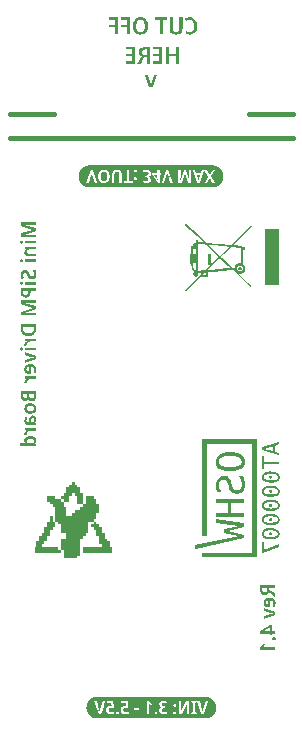
<source format=gbo>
G04 Layer: BottomSilkscreenLayer*
G04 EasyEDA v6.5.42, 2024-03-01 12:08:59*
G04 82fce6b7a4c1403188722681d6bd6211,9a5be75d700b4a6385dc1106f27949ae,10*
G04 Gerber Generator version 0.2*
G04 Scale: 100 percent, Rotated: No, Reflected: No *
G04 Dimensions in millimeters *
G04 leading zeros omitted , absolute positions ,4 integer and 5 decimal *
%FSLAX45Y45*%
%MOMM*%

%ADD10C,0.4000*%

%LPD*%
G36*
X1683359Y-7478420D02*
G01*
X1683359Y-8300923D01*
X1724050Y-8300923D01*
X1724050Y-7519060D01*
X2104237Y-7519060D01*
X2104237Y-8437575D01*
X1925421Y-8438286D01*
X1733651Y-8438286D01*
X1683359Y-8439048D01*
X1683359Y-8478418D01*
X2144369Y-8478418D01*
X2144369Y-7478420D01*
G37*
G36*
X2333345Y-7502448D02*
G01*
X2331974Y-7503007D01*
X2188311Y-7547152D01*
X2188460Y-7558684D01*
X2206345Y-7558684D01*
X2279548Y-7538313D01*
X2280056Y-7538313D01*
X2280056Y-7579614D01*
X2206701Y-7559040D01*
X2206345Y-7558684D01*
X2188460Y-7558684D01*
X2188565Y-7570876D01*
X2333396Y-7615326D01*
X2333091Y-7594752D01*
X2295448Y-7583931D01*
X2295448Y-7533335D01*
X2295956Y-7533335D01*
X2333345Y-7522819D01*
G37*
G36*
X1918817Y-7588046D02*
G01*
X1899005Y-7588097D01*
X1879803Y-7590028D01*
X1864309Y-7592669D01*
X1851761Y-7595920D01*
X1841906Y-7599375D01*
X1829409Y-7605318D01*
X1822094Y-7610195D01*
X1813864Y-7617206D01*
X1807464Y-7625029D01*
X1802587Y-7633614D01*
X1799285Y-7642199D01*
X1797050Y-7651445D01*
X1796135Y-7657795D01*
X1796102Y-7663281D01*
X1821891Y-7663281D01*
X1822907Y-7656728D01*
X1824736Y-7651191D01*
X1827275Y-7646060D01*
X1832914Y-7639303D01*
X1839671Y-7634325D01*
X1847951Y-7630159D01*
X1858924Y-7626756D01*
X1872640Y-7624064D01*
X1887474Y-7622387D01*
X1907844Y-7621270D01*
X1931466Y-7621270D01*
X1950110Y-7622336D01*
X1965502Y-7624064D01*
X1979015Y-7626756D01*
X1989683Y-7630159D01*
X1998370Y-7634528D01*
X2004720Y-7639405D01*
X2009800Y-7645146D01*
X2013559Y-7652867D01*
X2015489Y-7659979D01*
X2015489Y-7674305D01*
X2013559Y-7681417D01*
X2010359Y-7688021D01*
X2005025Y-7694625D01*
X1997913Y-7699908D01*
X1988057Y-7704734D01*
X1974240Y-7708544D01*
X1960016Y-7710779D01*
X1949043Y-7711948D01*
X1929231Y-7713014D01*
X1908911Y-7713014D01*
X1889150Y-7711948D01*
X1873199Y-7710220D01*
X1859076Y-7707477D01*
X1847850Y-7703769D01*
X1839163Y-7699400D01*
X1831289Y-7693253D01*
X1827428Y-7688021D01*
X1824075Y-7681417D01*
X1822348Y-7674813D01*
X1821891Y-7663281D01*
X1796102Y-7663281D01*
X1795983Y-7674711D01*
X1797710Y-7686141D01*
X1800453Y-7695590D01*
X1804111Y-7703566D01*
X1809343Y-7711643D01*
X1818284Y-7720838D01*
X1825955Y-7726578D01*
X1835861Y-7732217D01*
X1846935Y-7736636D01*
X1857705Y-7739938D01*
X1873199Y-7743139D01*
X1891284Y-7745475D01*
X1919071Y-7746746D01*
X1946808Y-7745475D01*
X1960575Y-7743748D01*
X1973224Y-7741564D01*
X1987854Y-7737703D01*
X2002078Y-7732115D01*
X2011934Y-7726476D01*
X2018741Y-7721549D01*
X2027123Y-7713218D01*
X2033371Y-7703820D01*
X2037181Y-7695590D01*
X2039975Y-7685836D01*
X2041601Y-7675930D01*
X2041601Y-7658201D01*
X2039467Y-7645704D01*
X2036572Y-7636916D01*
X2032304Y-7628381D01*
X2026615Y-7620152D01*
X2017014Y-7610957D01*
X2009343Y-7605877D01*
X2000148Y-7601051D01*
X1990242Y-7597140D01*
X1980336Y-7594295D01*
X1967941Y-7591552D01*
X1953412Y-7589469D01*
X1938578Y-7588046D01*
G37*
G36*
X2188311Y-7623454D02*
G01*
X2188311Y-7733893D01*
X2204821Y-7733893D01*
X2204821Y-7688834D01*
X2333345Y-7688834D01*
X2333345Y-7669072D01*
X2205075Y-7668768D01*
X2204770Y-7623454D01*
G37*
G36*
X2253894Y-7751318D02*
G01*
X2238044Y-7752689D01*
X2225954Y-7754823D01*
X2214981Y-7758175D01*
X2207209Y-7761731D01*
X2201214Y-7765592D01*
X2194712Y-7771536D01*
X2189378Y-7779664D01*
X2186635Y-7788554D01*
X2185879Y-7794091D01*
X2201468Y-7794091D01*
X2203246Y-7789214D01*
X2205736Y-7785252D01*
X2210765Y-7780680D01*
X2217724Y-7777175D01*
X2225395Y-7774533D01*
X2237130Y-7772400D01*
X2251710Y-7771130D01*
X2280361Y-7771739D01*
X2294077Y-7773974D01*
X2302306Y-7776260D01*
X2311196Y-7780528D01*
X2317292Y-7786522D01*
X2319680Y-7791500D01*
X2320950Y-7798155D01*
X2319578Y-7805572D01*
X2316683Y-7810855D01*
X2310841Y-7816392D01*
X2301697Y-7820659D01*
X2290775Y-7823403D01*
X2277719Y-7825130D01*
X2256739Y-7825790D01*
X2238806Y-7824520D01*
X2226106Y-7822387D01*
X2216099Y-7818983D01*
X2210003Y-7815529D01*
X2204872Y-7810398D01*
X2201875Y-7804505D01*
X2201468Y-7794091D01*
X2185879Y-7794091D01*
X2185670Y-7795717D01*
X2186228Y-7806131D01*
X2188260Y-7814005D01*
X2191766Y-7820964D01*
X2197100Y-7827721D01*
X2202891Y-7832191D01*
X2209342Y-7836052D01*
X2217216Y-7839354D01*
X2227072Y-7842199D01*
X2239873Y-7844281D01*
X2258364Y-7845552D01*
X2276500Y-7844840D01*
X2289403Y-7843215D01*
X2297277Y-7841589D01*
X2305100Y-7839202D01*
X2313584Y-7835646D01*
X2322830Y-7829499D01*
X2329586Y-7822133D01*
X2333904Y-7813294D01*
X2335834Y-7806131D01*
X2335784Y-7790230D01*
X2333853Y-7783068D01*
X2330145Y-7775397D01*
X2324862Y-7769148D01*
X2318816Y-7764221D01*
X2312212Y-7760512D01*
X2303983Y-7757058D01*
X2293366Y-7754213D01*
X2278684Y-7751978D01*
G37*
G36*
X2258364Y-7785557D02*
G01*
X2254148Y-7786725D01*
X2249678Y-7790789D01*
X2247696Y-7795158D01*
X2247696Y-7801203D01*
X2249728Y-7805674D01*
X2253792Y-7809636D01*
X2258822Y-7811363D01*
X2262276Y-7811363D01*
X2267356Y-7809636D01*
X2271268Y-7805826D01*
X2273046Y-7802422D01*
X2273655Y-7796022D01*
X2271826Y-7791246D01*
X2268270Y-7787589D01*
X2263851Y-7785557D01*
G37*
G36*
X1855063Y-7787487D02*
G01*
X1845716Y-7789468D01*
X1837486Y-7792262D01*
X1828139Y-7797088D01*
X1820976Y-7802473D01*
X1812137Y-7811719D01*
X1806295Y-7820355D01*
X1802079Y-7829346D01*
X1798726Y-7839557D01*
X1796135Y-7855610D01*
X1796440Y-7879232D01*
X1799285Y-7895590D01*
X1803095Y-7910525D01*
X1808073Y-7925663D01*
X1840534Y-7925663D01*
X1840534Y-7925104D01*
X1835912Y-7917688D01*
X1829104Y-7903413D01*
X1825243Y-7891881D01*
X1823008Y-7881416D01*
X1821688Y-7868767D01*
X1822348Y-7856677D01*
X1823567Y-7850124D01*
X1825802Y-7842402D01*
X1829511Y-7834985D01*
X1833829Y-7829143D01*
X1840077Y-7823555D01*
X1846478Y-7820152D01*
X1855063Y-7817916D01*
X1867154Y-7817866D01*
X1874672Y-7819593D01*
X1880920Y-7822641D01*
X1888083Y-7829803D01*
X1892604Y-7838592D01*
X1896973Y-7851190D01*
X1905304Y-7885938D01*
X1909572Y-7897926D01*
X1914042Y-7907274D01*
X1920900Y-7917688D01*
X1929790Y-7926628D01*
X1937969Y-7931912D01*
X1946706Y-7935569D01*
X1954631Y-7937652D01*
X1963318Y-7939074D01*
X1982012Y-7939024D01*
X1990801Y-7937652D01*
X2000148Y-7934909D01*
X2008936Y-7930997D01*
X2017166Y-7925460D01*
X2024888Y-7917688D01*
X2031187Y-7908239D01*
X2034489Y-7900924D01*
X2037740Y-7891983D01*
X2040483Y-7878622D01*
X2041652Y-7867700D01*
X2041652Y-7847888D01*
X2040432Y-7836408D01*
X2038299Y-7823758D01*
X2033981Y-7807248D01*
X2027631Y-7789925D01*
X1993798Y-7789925D01*
X1993798Y-7790637D01*
X1999132Y-7799578D01*
X2003552Y-7807807D01*
X2008225Y-7818221D01*
X2012442Y-7830870D01*
X2014169Y-7839100D01*
X2015743Y-7850124D01*
X2015743Y-7863840D01*
X2014220Y-7875371D01*
X2011273Y-7884718D01*
X2007463Y-7891983D01*
X2002282Y-7898485D01*
X1994662Y-7904225D01*
X1987905Y-7906918D01*
X1978710Y-7908798D01*
X1965502Y-7908137D01*
X1958898Y-7906410D01*
X1950669Y-7902397D01*
X1943506Y-7895132D01*
X1938426Y-7885277D01*
X1934565Y-7874203D01*
X1927199Y-7842402D01*
X1922373Y-7827670D01*
X1916328Y-7815021D01*
X1910384Y-7806131D01*
X1902917Y-7798663D01*
X1895551Y-7793736D01*
X1888032Y-7790383D01*
X1877618Y-7787538D01*
G37*
G36*
X2269439Y-7871104D02*
G01*
X2242972Y-7871714D01*
X2228342Y-7873949D01*
X2218283Y-7876743D01*
X2212390Y-7878978D01*
X2205634Y-7882381D01*
X2198979Y-7887106D01*
X2192782Y-7893812D01*
X2188972Y-7900670D01*
X2186635Y-7908391D01*
X2185670Y-7915503D01*
X2185974Y-7921599D01*
X2201519Y-7921599D01*
X2201519Y-7913827D01*
X2203602Y-7908036D01*
X2206904Y-7903972D01*
X2210003Y-7901025D01*
X2215540Y-7897875D01*
X2221534Y-7895488D01*
X2229815Y-7893303D01*
X2242413Y-7891322D01*
X2279243Y-7891322D01*
X2291892Y-7893303D01*
X2300376Y-7895386D01*
X2308707Y-7898841D01*
X2315210Y-7903667D01*
X2319020Y-7909458D01*
X2320747Y-7916011D01*
X2320696Y-7919872D01*
X2319274Y-7926070D01*
X2316378Y-7931048D01*
X2310638Y-7936179D01*
X2301798Y-7940395D01*
X2290318Y-7943240D01*
X2277414Y-7944866D01*
X2257247Y-7945577D01*
X2238603Y-7944256D01*
X2226513Y-7942224D01*
X2218791Y-7939836D01*
X2212136Y-7936585D01*
X2206802Y-7932521D01*
X2203145Y-7927187D01*
X2201519Y-7921599D01*
X2185974Y-7921599D01*
X2186228Y-7925917D01*
X2188311Y-7933944D01*
X2192172Y-7941360D01*
X2197404Y-7947659D01*
X2205532Y-7953756D01*
X2213203Y-7957616D01*
X2224481Y-7961325D01*
X2236368Y-7963560D01*
X2247392Y-7964627D01*
X2262225Y-7965338D01*
X2281580Y-7964068D01*
X2294636Y-7961934D01*
X2303983Y-7959344D01*
X2311654Y-7956296D01*
X2320442Y-7951216D01*
X2329332Y-7942427D01*
X2333904Y-7933080D01*
X2335834Y-7925917D01*
X2335834Y-7910017D01*
X2333345Y-7901431D01*
X2330754Y-7896250D01*
X2325573Y-7889341D01*
X2317140Y-7882788D01*
X2307285Y-7877962D01*
X2296261Y-7874609D01*
X2284171Y-7872475D01*
G37*
G36*
X2257501Y-7905343D02*
G01*
X2253437Y-7907020D01*
X2249728Y-7910525D01*
X2247696Y-7914944D01*
X2247696Y-7920990D01*
X2249678Y-7925409D01*
X2253284Y-7928914D01*
X2256790Y-7930540D01*
X2261260Y-7931251D01*
X2267153Y-7929524D01*
X2271369Y-7925460D01*
X2273046Y-7922158D01*
X2273655Y-7915757D01*
X2271826Y-7911033D01*
X2268270Y-7907375D01*
X2263851Y-7905343D01*
G37*
G36*
X1800606Y-7982254D02*
G01*
X1799843Y-7983016D01*
X1800148Y-8014411D01*
X1897125Y-8014665D01*
X1897125Y-8102600D01*
X1799843Y-8102600D01*
X1799843Y-8134451D01*
X2037232Y-8134451D01*
X2037232Y-8102600D01*
X1924557Y-8102600D01*
X1924557Y-8014665D01*
X2037232Y-8014665D01*
X2037232Y-7982254D01*
G37*
G36*
X2252167Y-7990890D02*
G01*
X2237486Y-7992262D01*
X2225954Y-7994294D01*
X2216048Y-7997190D01*
X2205786Y-8002016D01*
X2198979Y-8006892D01*
X2192680Y-8013649D01*
X2189429Y-8019338D01*
X2186584Y-8027873D01*
X2185876Y-8033613D01*
X2201519Y-8033613D01*
X2202992Y-8029041D01*
X2205380Y-8025180D01*
X2211476Y-8019592D01*
X2219401Y-8015782D01*
X2229815Y-8013090D01*
X2241346Y-8011261D01*
X2271572Y-8010702D01*
X2284730Y-8011922D01*
X2295194Y-8013700D01*
X2303983Y-8016443D01*
X2310079Y-8019542D01*
X2315565Y-8023859D01*
X2319070Y-8029244D01*
X2320848Y-8036356D01*
X2320188Y-8042554D01*
X2317902Y-8048752D01*
X2312619Y-8054492D01*
X2306421Y-8058251D01*
X2295702Y-8061909D01*
X2283002Y-8064093D01*
X2263292Y-8065363D01*
X2246274Y-8064652D01*
X2234742Y-8063484D01*
X2224684Y-8061401D01*
X2217724Y-8059064D01*
X2210155Y-8055102D01*
X2204770Y-8049869D01*
X2201824Y-8043519D01*
X2201519Y-8033613D01*
X2185876Y-8033613D01*
X2185670Y-8035290D01*
X2186178Y-8045145D01*
X2187854Y-8052308D01*
X2192121Y-8061096D01*
X2196846Y-8066786D01*
X2203704Y-8072323D01*
X2210562Y-8076133D01*
X2218893Y-8079486D01*
X2229815Y-8082178D01*
X2240788Y-8083854D01*
X2260549Y-8085074D01*
X2273757Y-8084413D01*
X2285847Y-8083245D01*
X2297379Y-8081060D01*
X2307844Y-8077758D01*
X2318258Y-8072374D01*
X2325065Y-8066887D01*
X2330246Y-8060537D01*
X2333904Y-8052866D01*
X2335834Y-8045703D01*
X2335834Y-8029803D01*
X2333904Y-8022640D01*
X2330145Y-8014919D01*
X2324709Y-8008315D01*
X2318664Y-8003641D01*
X2310282Y-7998866D01*
X2298395Y-7994903D01*
X2290216Y-7993176D01*
X2279243Y-7991500D01*
G37*
G36*
X2257501Y-8025130D02*
G01*
X2253437Y-8026806D01*
X2249728Y-8030311D01*
X2247696Y-8034731D01*
X2247696Y-8040776D01*
X2249678Y-8045196D01*
X2254910Y-8049768D01*
X2260650Y-8050987D01*
X2266492Y-8049717D01*
X2272284Y-8044078D01*
X2273604Y-8039150D01*
X2273096Y-8033410D01*
X2269896Y-8028178D01*
X2264003Y-8025130D01*
G37*
G36*
X2270709Y-8110677D02*
G01*
X2242413Y-8111286D01*
X2231440Y-8112963D01*
X2223312Y-8114690D01*
X2213610Y-8117941D01*
X2205634Y-8121954D01*
X2198979Y-8126679D01*
X2192426Y-8133638D01*
X2188972Y-8140242D01*
X2186584Y-8147608D01*
X2185873Y-8153400D01*
X2201468Y-8153400D01*
X2203500Y-8147710D01*
X2207260Y-8142833D01*
X2213305Y-8138312D01*
X2221331Y-8134959D01*
X2229866Y-8132825D01*
X2241905Y-8130895D01*
X2279802Y-8130895D01*
X2292451Y-8132825D01*
X2301240Y-8135112D01*
X2311095Y-8139836D01*
X2315667Y-8143748D01*
X2319070Y-8149031D01*
X2320848Y-8156143D01*
X2320188Y-8162340D01*
X2317953Y-8168386D01*
X2313330Y-8173669D01*
X2306980Y-8177784D01*
X2297684Y-8181136D01*
X2286406Y-8183321D01*
X2275382Y-8184388D01*
X2259482Y-8185099D01*
X2239670Y-8183880D01*
X2229256Y-8182203D01*
X2220468Y-8179917D01*
X2210358Y-8175091D01*
X2204923Y-8169656D01*
X2201824Y-8163356D01*
X2201468Y-8153400D01*
X2185873Y-8153400D01*
X2185670Y-8155076D01*
X2186178Y-8164931D01*
X2187854Y-8172094D01*
X2192223Y-8181187D01*
X2199995Y-8189417D01*
X2207717Y-8194548D01*
X2217572Y-8198815D01*
X2229815Y-8201964D01*
X2241854Y-8203742D01*
X2261108Y-8204606D01*
X2280970Y-8203692D01*
X2296820Y-8200999D01*
X2308809Y-8197088D01*
X2318613Y-8191906D01*
X2325725Y-8186013D01*
X2330754Y-8179206D01*
X2333904Y-8172653D01*
X2335834Y-8165490D01*
X2335834Y-8149539D01*
X2333904Y-8142427D01*
X2330145Y-8134705D01*
X2324862Y-8128203D01*
X2317140Y-8122310D01*
X2308606Y-8117992D01*
X2296718Y-8114182D01*
X2284679Y-8111998D01*
G37*
G36*
X2257704Y-8144814D02*
G01*
X2253437Y-8146592D01*
X2249728Y-8150098D01*
X2247696Y-8154517D01*
X2247646Y-8160308D01*
X2249373Y-8164372D01*
X2252878Y-8168081D01*
X2257247Y-8170367D01*
X2263851Y-8170367D01*
X2268321Y-8168030D01*
X2272334Y-8163610D01*
X2273604Y-8158886D01*
X2273096Y-8153196D01*
X2269896Y-8147913D01*
X2263800Y-8144814D01*
G37*
G36*
X1799843Y-8156448D02*
G01*
X1799843Y-8187131D01*
X1800707Y-8187639D01*
X1988616Y-8209737D01*
X1991817Y-8210550D01*
X1865223Y-8237321D01*
X1865528Y-8270900D01*
X1991614Y-8297875D01*
X1991614Y-8298535D01*
X1624025Y-8375243D01*
X1624025Y-8406485D01*
X1625955Y-8405926D01*
X2037232Y-8316772D01*
X2037181Y-8286394D01*
X1897634Y-8254492D01*
X1897634Y-8253882D01*
X2037232Y-8222132D01*
X2037232Y-8191601D01*
X2036114Y-8191601D01*
X1801164Y-8156448D01*
G37*
G36*
X2248865Y-8230616D02*
G01*
X2237486Y-8231733D01*
X2225395Y-8233867D01*
X2213305Y-8237728D01*
X2204618Y-8242147D01*
X2199436Y-8245957D01*
X2192426Y-8253425D01*
X2188972Y-8259978D01*
X2186584Y-8267395D01*
X2185870Y-8273186D01*
X2201468Y-8273186D01*
X2203450Y-8267598D01*
X2206955Y-8262874D01*
X2212746Y-8258454D01*
X2219604Y-8255355D01*
X2228697Y-8252714D01*
X2241905Y-8250783D01*
X2261108Y-8250123D01*
X2280920Y-8250834D01*
X2292096Y-8252561D01*
X2301240Y-8254847D01*
X2311603Y-8259876D01*
X2317800Y-8266074D01*
X2320391Y-8272627D01*
X2320391Y-8281974D01*
X2317800Y-8288578D01*
X2311095Y-8295233D01*
X2302865Y-8299246D01*
X2292451Y-8301990D01*
X2281986Y-8303666D01*
X2261108Y-8304784D01*
X2240229Y-8303666D01*
X2228900Y-8301990D01*
X2219350Y-8299246D01*
X2210511Y-8294928D01*
X2204872Y-8289442D01*
X2201824Y-8283143D01*
X2201468Y-8273186D01*
X2185870Y-8273186D01*
X2185670Y-8274812D01*
X2186178Y-8284718D01*
X2187854Y-8291880D01*
X2192172Y-8300923D01*
X2199030Y-8308238D01*
X2204872Y-8312556D01*
X2213305Y-8316874D01*
X2224989Y-8320684D01*
X2236927Y-8322818D01*
X2249932Y-8324138D01*
X2280361Y-8323580D01*
X2291892Y-8321751D01*
X2302459Y-8319109D01*
X2309825Y-8316315D01*
X2317140Y-8312454D01*
X2324862Y-8306612D01*
X2330145Y-8300110D01*
X2333904Y-8292439D01*
X2335834Y-8285276D01*
X2335834Y-8269325D01*
X2333904Y-8262213D01*
X2330094Y-8254492D01*
X2325166Y-8248243D01*
X2318258Y-8242757D01*
X2308910Y-8237829D01*
X2299004Y-8234578D01*
X2288082Y-8232190D01*
X2273198Y-8230616D01*
G37*
G36*
X2257653Y-8264601D02*
G01*
X2252878Y-8266684D01*
X2249728Y-8269884D01*
X2247696Y-8273745D01*
X2247646Y-8280095D01*
X2249373Y-8284159D01*
X2252878Y-8287867D01*
X2257247Y-8290102D01*
X2263902Y-8290102D01*
X2268423Y-8287766D01*
X2272385Y-8283143D01*
X2273452Y-8279231D01*
X2273503Y-8274202D01*
X2270658Y-8268614D01*
X2266950Y-8265769D01*
X2263902Y-8264601D01*
G37*
G36*
X2188311Y-8350910D02*
G01*
X2188311Y-8442147D01*
X2196287Y-8442147D01*
X2333345Y-8390229D01*
X2333345Y-8369604D01*
X2205075Y-8419998D01*
X2204770Y-8350910D01*
G37*
G36*
X1531620Y-5655513D02*
G01*
X1531620Y-5657189D01*
X1537970Y-5663844D01*
X1580845Y-5705348D01*
X1692554Y-5811266D01*
X1687728Y-5811824D01*
X1684426Y-5811926D01*
X1672285Y-5811316D01*
X1646986Y-5809030D01*
X1645615Y-5789980D01*
X1630222Y-5789980D01*
X1630222Y-5807354D01*
X1616710Y-5812942D01*
X1606956Y-5824220D01*
X1602028Y-5831230D01*
X1600555Y-5833922D01*
X1598604Y-5838190D01*
X1616760Y-5838190D01*
X1617268Y-5837174D01*
X1620824Y-5832703D01*
X1630070Y-5822442D01*
X1630087Y-5825236D01*
X1645869Y-5825236D01*
X1677162Y-5827522D01*
X1695196Y-5829198D01*
X1713484Y-5831433D01*
X1715313Y-5833160D01*
X1735531Y-5833160D01*
X1736343Y-5832805D01*
X1742033Y-5832856D01*
X1782978Y-5836666D01*
X1858060Y-5843066D01*
X1887880Y-5845911D01*
X1903222Y-5847791D01*
X1904085Y-5848045D01*
X1905762Y-5849467D01*
X1830476Y-5924651D01*
X1764588Y-5861913D01*
X1745437Y-5843371D01*
X1735937Y-5833770D01*
X1735531Y-5833160D01*
X1715313Y-5833160D01*
X1820265Y-5932271D01*
X1819155Y-5933389D01*
X1840839Y-5933389D01*
X1844141Y-5929630D01*
X1866544Y-5906719D01*
X1924862Y-5848604D01*
X2005533Y-5856071D01*
X2006752Y-5984494D01*
X1997151Y-5986018D01*
X1987702Y-5988354D01*
X1982724Y-5990082D01*
X1978355Y-5991910D01*
X1969058Y-5996279D01*
X1960625Y-6008776D01*
X1956562Y-6016752D01*
X1955393Y-6019952D01*
X1953666Y-6026353D01*
X1937969Y-6026353D01*
X1870557Y-5962599D01*
X1850999Y-5943752D01*
X1840839Y-5933389D01*
X1819155Y-5933389D01*
X1784857Y-5967933D01*
X1765655Y-5986526D01*
X1760575Y-5991047D01*
X1759661Y-5991656D01*
X1757934Y-5991656D01*
X1757934Y-5908700D01*
X1726539Y-5908700D01*
X1726539Y-6007303D01*
X1745488Y-6007303D01*
X1707591Y-6045403D01*
X1672336Y-6045403D01*
X1672270Y-6045657D01*
X1726539Y-6045657D01*
X1728419Y-6043320D01*
X1741779Y-6029350D01*
X1764588Y-6006490D01*
X1830120Y-5942279D01*
X1901291Y-6009436D01*
X1922576Y-6029147D01*
X1902612Y-6031534D01*
X1889513Y-6032804D01*
X1975561Y-6032804D01*
X1976374Y-6027623D01*
X1978914Y-6021476D01*
X1982419Y-6014364D01*
X1997913Y-6006998D01*
X2010816Y-6009843D01*
X2022246Y-6021273D01*
X2025040Y-6036310D01*
X2015743Y-6051346D01*
X2009952Y-6053988D01*
X2004364Y-6055969D01*
X1999183Y-6056426D01*
X1994103Y-6055461D01*
X1988820Y-6052972D01*
X1982622Y-6049314D01*
X1978964Y-6043066D01*
X1976424Y-6037732D01*
X1975561Y-6032804D01*
X1889513Y-6032804D01*
X1757629Y-6045200D01*
X1730095Y-6047587D01*
X1728063Y-6047486D01*
X1727301Y-6047079D01*
X1726742Y-6046419D01*
X1726539Y-6045657D01*
X1672270Y-6045657D01*
X1669999Y-6054394D01*
X1645869Y-6054394D01*
X1645869Y-5825236D01*
X1630087Y-5825236D01*
X1630222Y-5839256D01*
X1620875Y-5839155D01*
X1617268Y-5838596D01*
X1616760Y-5838190D01*
X1598604Y-5838190D01*
X1598117Y-5839256D01*
X1587601Y-5839256D01*
X1587601Y-5855258D01*
X1587398Y-5863031D01*
X1586026Y-5882132D01*
X1582318Y-5910986D01*
X1598828Y-5910986D01*
X1601673Y-5888482D01*
X1605889Y-5865926D01*
X1629105Y-5867247D01*
X1630222Y-6054953D01*
X1620113Y-6048298D01*
X1613001Y-6035751D01*
X1609191Y-6026556D01*
X1605788Y-6015939D01*
X1603146Y-6004610D01*
X1600657Y-5989421D01*
X1616760Y-5989421D01*
X1616760Y-5910986D01*
X1576425Y-5910986D01*
X1576425Y-5926632D01*
X1598828Y-5926632D01*
X1598828Y-5973724D01*
X1592122Y-5973724D01*
X1592122Y-5926632D01*
X1576425Y-5926632D01*
X1576425Y-5988862D01*
X1584807Y-5991047D01*
X1587347Y-6007150D01*
X1590548Y-6020308D01*
X1596644Y-6040577D01*
X1612239Y-6063742D01*
X1605534Y-6073292D01*
X1605534Y-6088176D01*
X1616354Y-6098997D01*
X1628038Y-6101943D01*
X1641602Y-6096304D01*
X1648561Y-6082944D01*
X1646529Y-6072530D01*
X1649780Y-6071311D01*
X1651711Y-6070803D01*
X1658112Y-6070142D01*
X1670557Y-6070092D01*
X1670557Y-6080912D01*
X1665629Y-6085738D01*
X1686204Y-6085738D01*
X1686407Y-6084062D01*
X1687271Y-6082741D01*
X1692452Y-6077407D01*
X1705762Y-6065570D01*
X1713128Y-6065570D01*
X1713128Y-6085738D01*
X1665629Y-6085738D01*
X1555191Y-6193993D01*
X1529384Y-6219647D01*
X1531975Y-6220053D01*
X1547215Y-6220206D01*
X1668424Y-6100724D01*
X1726539Y-6101740D01*
X1726539Y-6065469D01*
X1730197Y-6064300D01*
X1768551Y-6060287D01*
X1847596Y-6052820D01*
X1929333Y-6045606D01*
X1938934Y-6045403D01*
X2090216Y-6188964D01*
X2096007Y-6183630D01*
X2098192Y-6180836D01*
X2098548Y-6180023D01*
X2091436Y-6172555D01*
X2072792Y-6154420D01*
X1994814Y-6080404D01*
X2006041Y-6077864D01*
X2010968Y-6076543D01*
X2016150Y-6074765D01*
X2020976Y-6072835D01*
X2024837Y-6070904D01*
X2032406Y-6066485D01*
X2037486Y-6058966D01*
X2039620Y-6055360D01*
X2041753Y-6051042D01*
X2043582Y-6046622D01*
X2044903Y-6042609D01*
X2047290Y-6033719D01*
X2044395Y-6016396D01*
X2035556Y-6003544D01*
X2032558Y-5999937D01*
X2029663Y-5996889D01*
X2027275Y-5994857D01*
X2022348Y-5991402D01*
X2022348Y-5877356D01*
X2046986Y-5877356D01*
X2046986Y-5848197D01*
X2024430Y-5848197D01*
X2012289Y-5839764D01*
X1964080Y-5836056D01*
X1945233Y-5834278D01*
X1942185Y-5833821D01*
X1948230Y-5827318D01*
X1997862Y-5777738D01*
X2101697Y-5675630D01*
X2091893Y-5665825D01*
X1948078Y-5807811D01*
X1922322Y-5832703D01*
X1714449Y-5814669D01*
X1649780Y-5753100D01*
X1546707Y-5655513D01*
G37*
G36*
X2215083Y-5702554D02*
G01*
X2215083Y-6168644D01*
X2329332Y-6168644D01*
X2329332Y-5702554D01*
G37*
G36*
X1995271Y-6016294D02*
G01*
X1984248Y-6027267D01*
X1984248Y-6035852D01*
X1993544Y-6047638D01*
X2005279Y-6047638D01*
X2015642Y-6037935D01*
X2015642Y-6027267D01*
X2004618Y-6016294D01*
G37*
G36*
X793496Y-9657486D02*
G01*
X787196Y-9657689D01*
X780948Y-9658299D01*
X774852Y-9659366D01*
X768908Y-9660788D01*
X763117Y-9662566D01*
X757478Y-9664750D01*
X752043Y-9667240D01*
X746810Y-9670084D01*
X741781Y-9673285D01*
X736955Y-9676739D01*
X732434Y-9680498D01*
X728116Y-9684562D01*
X724052Y-9688880D01*
X718669Y-9695688D01*
X790041Y-9695688D01*
X810361Y-9767265D01*
X812901Y-9778238D01*
X814425Y-9786112D01*
X815949Y-9778238D01*
X818591Y-9767265D01*
X839063Y-9695688D01*
X860653Y-9695688D01*
X837319Y-9768586D01*
X867765Y-9768586D01*
X868070Y-9763556D01*
X868883Y-9758934D01*
X870203Y-9754666D01*
X872083Y-9750806D01*
X874318Y-9747453D01*
X877011Y-9744506D01*
X880059Y-9741966D01*
X883513Y-9739884D01*
X887323Y-9738207D01*
X891387Y-9737039D01*
X895705Y-9736277D01*
X902716Y-9736074D01*
X906932Y-9736328D01*
X913993Y-9737598D01*
X912215Y-9712452D01*
X874877Y-9712452D01*
X874877Y-9695688D01*
X929741Y-9695688D01*
X933551Y-9749536D01*
X925169Y-9754108D01*
X917803Y-9752584D01*
X913587Y-9751974D01*
X909421Y-9751822D01*
X904443Y-9752126D01*
X900074Y-9752990D01*
X896416Y-9754514D01*
X893419Y-9756648D01*
X891235Y-9759188D01*
X889609Y-9762337D01*
X888695Y-9766046D01*
X888486Y-9768586D01*
X990447Y-9768586D01*
X990752Y-9763556D01*
X991565Y-9758934D01*
X992886Y-9754666D01*
X994765Y-9750806D01*
X997000Y-9747453D01*
X999693Y-9744506D01*
X1002741Y-9741966D01*
X1006195Y-9739884D01*
X1010005Y-9738207D01*
X1014069Y-9737039D01*
X1018387Y-9736277D01*
X1025398Y-9736074D01*
X1029614Y-9736328D01*
X1036675Y-9737598D01*
X1034897Y-9712452D01*
X997559Y-9712452D01*
X997559Y-9695688D01*
X1227937Y-9695688D01*
X1259687Y-9721596D01*
X1249273Y-9733534D01*
X1236726Y-9722815D01*
X1230223Y-9716008D01*
X1230731Y-9727946D01*
X1230731Y-9772904D01*
X1315567Y-9772904D01*
X1315974Y-9767824D01*
X1317142Y-9763252D01*
X1319174Y-9759188D01*
X1321917Y-9755632D01*
X1325473Y-9752634D01*
X1329740Y-9750298D01*
X1334719Y-9748570D01*
X1340459Y-9747504D01*
X1340459Y-9746996D01*
X1337360Y-9746132D01*
X1334414Y-9745014D01*
X1329029Y-9742170D01*
X1326743Y-9740290D01*
X1324711Y-9738156D01*
X1322933Y-9735820D01*
X1321409Y-9733280D01*
X1320088Y-9730384D01*
X1319123Y-9727234D01*
X1318564Y-9723882D01*
X1318361Y-9720326D01*
X1318920Y-9714534D01*
X1320546Y-9709404D01*
X1323238Y-9704882D01*
X1326997Y-9701022D01*
X1331874Y-9698024D01*
X1337665Y-9695891D01*
X1344320Y-9694570D01*
X1351889Y-9694164D01*
X1359154Y-9694468D01*
X1366542Y-9695688D01*
X1499971Y-9695688D01*
X1499768Y-9764369D01*
X1498955Y-9780270D01*
X1499717Y-9780270D01*
X1545437Y-9695688D01*
X1661261Y-9695688D01*
X1681581Y-9767265D01*
X1684121Y-9778238D01*
X1685645Y-9786112D01*
X1686102Y-9782352D01*
X1688033Y-9773716D01*
X1690166Y-9765385D01*
X1710029Y-9695688D01*
X1731873Y-9695688D01*
X1697075Y-9804400D01*
X1674215Y-9804400D01*
X1639163Y-9695688D01*
X1634083Y-9695688D01*
X1634083Y-9706610D01*
X1621637Y-9711690D01*
X1621637Y-9788398D01*
X1634083Y-9793224D01*
X1634083Y-9804400D01*
X1588871Y-9804400D01*
X1588871Y-9793224D01*
X1601317Y-9788398D01*
X1601317Y-9711690D01*
X1588871Y-9706610D01*
X1588871Y-9695688D01*
X1570837Y-9695688D01*
X1570837Y-9804400D01*
X1552549Y-9804400D01*
X1552600Y-9747504D01*
X1553819Y-9719056D01*
X1553311Y-9719056D01*
X1507337Y-9804400D01*
X1481683Y-9804400D01*
X1481683Y-9695688D01*
X1366542Y-9695688D01*
X1371396Y-9697212D01*
X1376527Y-9699498D01*
X1381302Y-9702139D01*
X1385417Y-9705086D01*
X1376273Y-9718294D01*
X1373581Y-9716262D01*
X1370431Y-9714230D01*
X1366875Y-9712553D01*
X1362811Y-9711182D01*
X1358341Y-9710216D01*
X1353413Y-9709912D01*
X1350060Y-9710115D01*
X1347114Y-9710775D01*
X1344625Y-9711893D01*
X1342491Y-9713468D01*
X1340713Y-9715550D01*
X1339443Y-9717989D01*
X1338681Y-9720732D01*
X1338427Y-9723882D01*
X1338580Y-9726218D01*
X1339037Y-9728454D01*
X1340342Y-9731756D01*
X1436979Y-9731756D01*
X1437233Y-9728809D01*
X1437894Y-9726269D01*
X1439011Y-9724237D01*
X1440535Y-9722612D01*
X1442364Y-9721494D01*
X1444345Y-9720681D01*
X1446428Y-9720224D01*
X1448663Y-9720072D01*
X1451000Y-9720224D01*
X1453184Y-9720681D01*
X1455216Y-9721494D01*
X1457045Y-9722612D01*
X1458518Y-9724237D01*
X1459534Y-9726269D01*
X1460144Y-9728809D01*
X1460347Y-9731756D01*
X1460144Y-9734702D01*
X1459534Y-9737191D01*
X1458518Y-9739274D01*
X1457045Y-9740900D01*
X1455216Y-9742119D01*
X1453184Y-9742982D01*
X1451000Y-9743490D01*
X1448663Y-9743694D01*
X1446428Y-9743490D01*
X1444345Y-9742982D01*
X1442364Y-9742119D01*
X1440535Y-9740900D01*
X1439011Y-9739274D01*
X1437894Y-9737191D01*
X1437233Y-9734702D01*
X1436979Y-9731756D01*
X1340342Y-9731756D01*
X1342034Y-9734296D01*
X1343710Y-9735921D01*
X1345742Y-9737344D01*
X1348079Y-9738614D01*
X1350873Y-9739477D01*
X1354074Y-9740138D01*
X1361795Y-9740646D01*
X1369923Y-9740646D01*
X1369923Y-9756140D01*
X1357630Y-9756241D01*
X1353667Y-9756546D01*
X1350264Y-9757105D01*
X1347317Y-9757918D01*
X1344828Y-9758883D01*
X1342694Y-9760051D01*
X1340916Y-9761423D01*
X1339443Y-9762998D01*
X1338326Y-9764877D01*
X1337564Y-9767062D01*
X1337056Y-9769449D01*
X1336903Y-9772142D01*
X1337208Y-9776104D01*
X1338122Y-9779609D01*
X1339646Y-9782708D01*
X1341729Y-9785350D01*
X1344625Y-9787432D01*
X1348333Y-9788956D01*
X1353007Y-9789871D01*
X1358493Y-9790176D01*
X1365046Y-9789718D01*
X1371955Y-9788398D01*
X1379067Y-9786162D01*
X1382420Y-9784740D01*
X1385671Y-9783064D01*
X1385671Y-9794748D01*
X1436979Y-9794748D01*
X1437233Y-9791700D01*
X1437894Y-9789160D01*
X1439011Y-9787128D01*
X1440535Y-9785604D01*
X1442364Y-9784384D01*
X1444345Y-9783521D01*
X1446428Y-9782962D01*
X1448663Y-9782810D01*
X1451000Y-9782962D01*
X1453184Y-9783521D01*
X1455216Y-9784384D01*
X1457045Y-9785604D01*
X1458518Y-9787128D01*
X1459534Y-9789160D01*
X1460144Y-9791700D01*
X1460347Y-9794748D01*
X1460144Y-9797592D01*
X1459534Y-9800031D01*
X1458518Y-9802012D01*
X1457045Y-9803638D01*
X1455216Y-9804857D01*
X1453184Y-9805720D01*
X1451000Y-9806228D01*
X1448663Y-9806432D01*
X1446428Y-9806228D01*
X1444345Y-9805720D01*
X1442364Y-9804857D01*
X1440535Y-9803638D01*
X1439011Y-9802012D01*
X1437894Y-9800031D01*
X1437233Y-9797592D01*
X1436979Y-9794748D01*
X1385671Y-9794748D01*
X1385671Y-9800082D01*
X1382471Y-9801504D01*
X1375714Y-9803638D01*
X1368552Y-9805060D01*
X1360678Y-9805822D01*
X1356461Y-9805924D01*
X1349705Y-9805619D01*
X1343507Y-9804806D01*
X1338021Y-9803485D01*
X1333093Y-9801606D01*
X1328877Y-9799269D01*
X1325219Y-9796526D01*
X1322273Y-9793376D01*
X1319885Y-9789922D01*
X1318006Y-9786061D01*
X1316685Y-9781997D01*
X1315872Y-9777577D01*
X1315567Y-9772904D01*
X1230731Y-9772904D01*
X1230731Y-9794748D01*
X1277213Y-9794748D01*
X1277416Y-9791700D01*
X1278026Y-9789160D01*
X1279093Y-9787128D01*
X1280515Y-9785604D01*
X1282395Y-9784384D01*
X1284376Y-9783521D01*
X1286560Y-9782962D01*
X1288897Y-9782810D01*
X1291234Y-9782962D01*
X1293368Y-9783521D01*
X1295298Y-9784384D01*
X1297025Y-9785604D01*
X1298600Y-9787128D01*
X1299718Y-9789160D01*
X1300378Y-9791700D01*
X1300581Y-9794748D01*
X1300378Y-9797592D01*
X1299718Y-9800031D01*
X1298600Y-9802012D01*
X1297025Y-9803638D01*
X1295298Y-9804857D01*
X1293368Y-9805720D01*
X1291234Y-9806228D01*
X1288897Y-9806432D01*
X1286560Y-9806228D01*
X1284376Y-9805720D01*
X1282395Y-9804857D01*
X1280515Y-9803638D01*
X1279093Y-9802012D01*
X1278026Y-9800031D01*
X1277416Y-9797592D01*
X1277213Y-9794748D01*
X1230731Y-9794748D01*
X1230731Y-9804400D01*
X1210411Y-9804400D01*
X1210411Y-9695688D01*
X1052423Y-9695688D01*
X1056233Y-9749536D01*
X1047851Y-9754108D01*
X1040485Y-9752584D01*
X1036269Y-9751974D01*
X1032103Y-9751822D01*
X1027125Y-9752126D01*
X1022756Y-9752990D01*
X1019098Y-9754514D01*
X1017885Y-9755378D01*
X1144625Y-9755378D01*
X1144625Y-9771634D01*
X1107541Y-9771634D01*
X1107541Y-9755378D01*
X1017885Y-9755378D01*
X1016101Y-9756648D01*
X1013917Y-9759188D01*
X1012291Y-9762337D01*
X1011377Y-9766046D01*
X1011021Y-9770364D01*
X1011174Y-9773615D01*
X1011682Y-9776561D01*
X1012444Y-9779203D01*
X1013561Y-9781540D01*
X1014882Y-9783521D01*
X1016457Y-9785248D01*
X1018286Y-9786721D01*
X1020419Y-9787890D01*
X1022807Y-9788753D01*
X1025448Y-9789414D01*
X1031341Y-9789922D01*
X1038199Y-9789414D01*
X1045565Y-9787890D01*
X1052423Y-9785604D01*
X1058265Y-9782810D01*
X1058265Y-9800082D01*
X1055573Y-9801402D01*
X1049375Y-9803536D01*
X1042212Y-9805060D01*
X1034592Y-9805822D01*
X1030579Y-9805924D01*
X1024280Y-9805619D01*
X1018438Y-9804755D01*
X1013206Y-9803333D01*
X1008481Y-9801352D01*
X1004316Y-9798913D01*
X1000709Y-9796018D01*
X997610Y-9792563D01*
X995019Y-9788652D01*
X993038Y-9784232D01*
X991616Y-9779457D01*
X990752Y-9774224D01*
X990447Y-9768586D01*
X888486Y-9768586D01*
X888339Y-9770364D01*
X888492Y-9773615D01*
X889000Y-9776561D01*
X889762Y-9779203D01*
X890879Y-9781540D01*
X892200Y-9783521D01*
X893724Y-9785248D01*
X895603Y-9786721D01*
X897737Y-9787890D01*
X900125Y-9788753D01*
X902766Y-9789414D01*
X908659Y-9789922D01*
X915517Y-9789414D01*
X922883Y-9787890D01*
X929741Y-9785604D01*
X935583Y-9782810D01*
X935583Y-9794748D01*
X951585Y-9794748D01*
X951839Y-9791700D01*
X952500Y-9789160D01*
X953617Y-9787128D01*
X955141Y-9785604D01*
X956970Y-9784384D01*
X958951Y-9783521D01*
X961034Y-9782962D01*
X963269Y-9782810D01*
X965606Y-9782962D01*
X967790Y-9783521D01*
X969822Y-9784384D01*
X971651Y-9785604D01*
X973124Y-9787128D01*
X974140Y-9789160D01*
X974750Y-9791700D01*
X974953Y-9794748D01*
X974750Y-9797592D01*
X974140Y-9800031D01*
X973124Y-9802012D01*
X971651Y-9803638D01*
X969822Y-9804857D01*
X967790Y-9805720D01*
X965606Y-9806228D01*
X963269Y-9806432D01*
X961034Y-9806228D01*
X958951Y-9805720D01*
X956970Y-9804857D01*
X955141Y-9803638D01*
X953617Y-9802012D01*
X952500Y-9800031D01*
X951839Y-9797592D01*
X951585Y-9794748D01*
X935583Y-9794748D01*
X935583Y-9800082D01*
X932891Y-9801402D01*
X926693Y-9803536D01*
X919530Y-9805060D01*
X911910Y-9805822D01*
X907897Y-9805924D01*
X901598Y-9805619D01*
X895756Y-9804755D01*
X890524Y-9803333D01*
X885799Y-9801352D01*
X881634Y-9798913D01*
X878027Y-9796018D01*
X874928Y-9792563D01*
X872337Y-9788652D01*
X870356Y-9784232D01*
X868934Y-9779457D01*
X868070Y-9774224D01*
X867765Y-9768586D01*
X837319Y-9768586D01*
X825855Y-9804400D01*
X803249Y-9804400D01*
X768197Y-9695688D01*
X718669Y-9695688D01*
X716788Y-9698278D01*
X713638Y-9703308D01*
X710793Y-9708540D01*
X708253Y-9713976D01*
X706120Y-9719614D01*
X704291Y-9725406D01*
X702868Y-9731349D01*
X701852Y-9737445D01*
X701192Y-9743643D01*
X700989Y-9749993D01*
X701192Y-9756292D01*
X701852Y-9762540D01*
X702868Y-9768636D01*
X704291Y-9774580D01*
X706120Y-9780371D01*
X708253Y-9786010D01*
X710793Y-9791446D01*
X713638Y-9796678D01*
X716788Y-9801707D01*
X720293Y-9806533D01*
X724052Y-9811054D01*
X728116Y-9815372D01*
X732434Y-9819436D01*
X736955Y-9823196D01*
X741781Y-9826701D01*
X746810Y-9829850D01*
X752043Y-9832695D01*
X757478Y-9835235D01*
X763117Y-9837369D01*
X768908Y-9839198D01*
X774852Y-9840620D01*
X780948Y-9841636D01*
X787196Y-9842296D01*
X793496Y-9842500D01*
X1706473Y-9842500D01*
X1712823Y-9842296D01*
X1719021Y-9841636D01*
X1725117Y-9840620D01*
X1731060Y-9839198D01*
X1736852Y-9837369D01*
X1742490Y-9835235D01*
X1747926Y-9832695D01*
X1753158Y-9829850D01*
X1758188Y-9826701D01*
X1763014Y-9823196D01*
X1767586Y-9819436D01*
X1771904Y-9815372D01*
X1775968Y-9811054D01*
X1779727Y-9806533D01*
X1783181Y-9801707D01*
X1786382Y-9796678D01*
X1789226Y-9791446D01*
X1791716Y-9786010D01*
X1793900Y-9780371D01*
X1795678Y-9774580D01*
X1797100Y-9768636D01*
X1798167Y-9762540D01*
X1798777Y-9756292D01*
X1798980Y-9749993D01*
X1798777Y-9743643D01*
X1798167Y-9737445D01*
X1797100Y-9731349D01*
X1795678Y-9725406D01*
X1793900Y-9719614D01*
X1791716Y-9713976D01*
X1789226Y-9708540D01*
X1786382Y-9703308D01*
X1783181Y-9698278D01*
X1779727Y-9693452D01*
X1775968Y-9688880D01*
X1771904Y-9684562D01*
X1767586Y-9680498D01*
X1763014Y-9676739D01*
X1758188Y-9673285D01*
X1753158Y-9670084D01*
X1747926Y-9667240D01*
X1742490Y-9664750D01*
X1736852Y-9662566D01*
X1731060Y-9660788D01*
X1725117Y-9659366D01*
X1719021Y-9658299D01*
X1712823Y-9657689D01*
X1706473Y-9657486D01*
G37*
G36*
X576783Y-7837931D02*
G01*
X576783Y-7862011D01*
X553567Y-7862011D01*
X553567Y-7886090D01*
X530352Y-7886090D01*
X530352Y-7934248D01*
X507136Y-7934248D01*
X507136Y-7958328D01*
X483920Y-7958328D01*
X483920Y-7982407D01*
X437489Y-7982407D01*
X437489Y-7958328D01*
X367842Y-7958328D01*
X367842Y-8006486D01*
X483920Y-8006486D01*
X483920Y-7982407D01*
X507136Y-7982407D01*
X507136Y-8006486D01*
X553567Y-8006486D01*
X553567Y-7958328D01*
X576783Y-7958328D01*
X576783Y-7934248D01*
X599998Y-7934248D01*
X599998Y-7958328D01*
X623214Y-7958328D01*
X623214Y-8030514D01*
X669645Y-8030514D01*
X669645Y-8054594D01*
X646430Y-8054594D01*
X646430Y-8078673D01*
X599998Y-8078673D01*
X599998Y-8102752D01*
X576783Y-8102752D01*
X576783Y-8126831D01*
X530352Y-8126831D01*
X530352Y-8054594D01*
X507136Y-8054594D01*
X507136Y-8006486D01*
X391058Y-8006486D01*
X391058Y-8030514D01*
X414274Y-8030514D01*
X414274Y-8054594D01*
X437489Y-8054594D01*
X437489Y-8174990D01*
X414274Y-8174990D01*
X414274Y-8126831D01*
X391058Y-8126831D01*
X391058Y-8174990D01*
X367842Y-8174990D01*
X367842Y-8223148D01*
X344627Y-8223148D01*
X344627Y-8271306D01*
X321411Y-8271306D01*
X321411Y-8295335D01*
X298196Y-8295335D01*
X298196Y-8343493D01*
X274980Y-8343493D01*
X274980Y-8391652D01*
X321411Y-8391652D01*
X321411Y-8367572D01*
X344627Y-8367572D01*
X344627Y-8343493D01*
X367842Y-8343493D01*
X367842Y-8295335D01*
X391058Y-8295335D01*
X391058Y-8247227D01*
X414274Y-8247227D01*
X414274Y-8223148D01*
X437489Y-8223148D01*
X437489Y-8174990D01*
X460705Y-8174990D01*
X460705Y-8199069D01*
X483920Y-8199069D01*
X483920Y-8271306D01*
X530352Y-8271306D01*
X530352Y-8319414D01*
X483920Y-8319414D01*
X483920Y-8415731D01*
X460705Y-8415731D01*
X460705Y-8391652D01*
X263398Y-8391652D01*
X263398Y-8439810D01*
X483920Y-8439810D01*
X483920Y-8415731D01*
X507136Y-8415731D01*
X507136Y-8487968D01*
X623214Y-8487968D01*
X623214Y-8463889D01*
X646430Y-8463889D01*
X646430Y-8319414D01*
X669645Y-8319414D01*
X669645Y-8295335D01*
X692861Y-8295335D01*
X692861Y-8271306D01*
X716076Y-8271306D01*
X716076Y-8174990D01*
X762508Y-8174990D01*
X762508Y-8199069D01*
X739292Y-8199069D01*
X739292Y-8223148D01*
X762508Y-8223148D01*
X762508Y-8247227D01*
X785723Y-8247227D01*
X785723Y-8295335D01*
X808939Y-8295335D01*
X808939Y-8367572D01*
X832154Y-8367572D01*
X832154Y-8391652D01*
X669645Y-8391652D01*
X669645Y-8439810D01*
X913384Y-8439810D01*
X913384Y-8391652D01*
X901801Y-8391652D01*
X901801Y-8343493D01*
X878586Y-8343493D01*
X878586Y-8319414D01*
X855370Y-8319414D01*
X855370Y-8271306D01*
X832154Y-8271306D01*
X832154Y-8223148D01*
X808939Y-8223148D01*
X808939Y-8199069D01*
X785723Y-8199069D01*
X785723Y-8174990D01*
X762508Y-8174990D01*
X762508Y-8150910D01*
X785723Y-8150910D01*
X785723Y-8102752D01*
X808939Y-8102752D01*
X808939Y-8030514D01*
X785723Y-8030514D01*
X785723Y-7982407D01*
X762508Y-7982407D01*
X762508Y-7958328D01*
X692861Y-7958328D01*
X692861Y-8030514D01*
X669645Y-8030514D01*
X669645Y-7934248D01*
X646430Y-7934248D01*
X646430Y-7886090D01*
X623214Y-7886090D01*
X623214Y-7862011D01*
X599998Y-7862011D01*
X599998Y-7837931D01*
G37*
G36*
X726186Y-5159908D02*
G01*
X719886Y-5160111D01*
X713638Y-5160721D01*
X707542Y-5161788D01*
X701598Y-5163210D01*
X695807Y-5164988D01*
X690168Y-5167172D01*
X684733Y-5169662D01*
X679500Y-5172506D01*
X674471Y-5175707D01*
X669645Y-5179161D01*
X665124Y-5182920D01*
X660806Y-5186984D01*
X656742Y-5191302D01*
X652983Y-5195874D01*
X649478Y-5200700D01*
X646328Y-5205730D01*
X643483Y-5210962D01*
X640943Y-5216398D01*
X638810Y-5222036D01*
X636981Y-5227828D01*
X635558Y-5233771D01*
X634542Y-5239867D01*
X633882Y-5246065D01*
X633679Y-5252415D01*
X633882Y-5258714D01*
X634542Y-5264962D01*
X635558Y-5271058D01*
X636981Y-5277002D01*
X638810Y-5282793D01*
X640943Y-5288381D01*
X643483Y-5293868D01*
X646328Y-5299100D01*
X649478Y-5304129D01*
X651379Y-5306720D01*
X700786Y-5306720D01*
X735584Y-5198008D01*
X758444Y-5198008D01*
X776051Y-5252618D01*
X800100Y-5252618D01*
X800303Y-5246522D01*
X800862Y-5240680D01*
X801827Y-5235092D01*
X803148Y-5229758D01*
X804875Y-5224729D01*
X806907Y-5220106D01*
X809294Y-5215839D01*
X812038Y-5211978D01*
X815187Y-5208473D01*
X818692Y-5205425D01*
X822655Y-5202783D01*
X827024Y-5200548D01*
X831850Y-5198770D01*
X837082Y-5197500D01*
X842771Y-5196738D01*
X848868Y-5196484D01*
X854811Y-5196738D01*
X860298Y-5197500D01*
X865428Y-5198770D01*
X870203Y-5200548D01*
X874572Y-5202682D01*
X878586Y-5205272D01*
X882192Y-5208371D01*
X885444Y-5211978D01*
X888187Y-5215839D01*
X890574Y-5220106D01*
X892657Y-5224729D01*
X894334Y-5229758D01*
X895553Y-5234990D01*
X896416Y-5240528D01*
X896975Y-5246420D01*
X897128Y-5252618D01*
X896823Y-5260746D01*
X895858Y-5268366D01*
X894283Y-5275478D01*
X892048Y-5282082D01*
X889050Y-5287975D01*
X885393Y-5293156D01*
X881075Y-5297728D01*
X876046Y-5301640D01*
X870356Y-5304637D01*
X864058Y-5306720D01*
X917448Y-5306720D01*
X917448Y-5236616D01*
X918108Y-5228031D01*
X920089Y-5220360D01*
X923340Y-5213553D01*
X927862Y-5207660D01*
X933703Y-5202732D01*
X940765Y-5199278D01*
X949045Y-5197144D01*
X958596Y-5196484D01*
X965301Y-5196789D01*
X971448Y-5197805D01*
X976985Y-5199481D01*
X981964Y-5201818D01*
X986383Y-5204612D01*
X990244Y-5207914D01*
X993495Y-5211724D01*
X996187Y-5216042D01*
X998219Y-5220716D01*
X999642Y-5225694D01*
X1000506Y-5230876D01*
X1000760Y-5236362D01*
X1000760Y-5306720D01*
X1015237Y-5306720D01*
X1015237Y-5290464D01*
X1043432Y-5290464D01*
X1043432Y-5198008D01*
X1064006Y-5198008D01*
X1064006Y-5207660D01*
X1103376Y-5207660D01*
X1103579Y-5204815D01*
X1104188Y-5202377D01*
X1105255Y-5200345D01*
X1106678Y-5198770D01*
X1108557Y-5197551D01*
X1110538Y-5196636D01*
X1112723Y-5196128D01*
X1115060Y-5195976D01*
X1117295Y-5196128D01*
X1119378Y-5196636D01*
X1121359Y-5197551D01*
X1123188Y-5198770D01*
X1124762Y-5200345D01*
X1125880Y-5202377D01*
X1126540Y-5204815D01*
X1126744Y-5207660D01*
X1126540Y-5210708D01*
X1125880Y-5213248D01*
X1124762Y-5215280D01*
X1123188Y-5216804D01*
X1121359Y-5218023D01*
X1119378Y-5218887D01*
X1117503Y-5219344D01*
X1178052Y-5219344D01*
X1178052Y-5202326D01*
X1184605Y-5199684D01*
X1188008Y-5198719D01*
X1195171Y-5197348D01*
X1199032Y-5196840D01*
X1207262Y-5196484D01*
X1214069Y-5196738D01*
X1220216Y-5197551D01*
X1225753Y-5198872D01*
X1230630Y-5200802D01*
X1234897Y-5203139D01*
X1238504Y-5205882D01*
X1241501Y-5208981D01*
X1243838Y-5212486D01*
X1245717Y-5216296D01*
X1247089Y-5220411D01*
X1247902Y-5224780D01*
X1248156Y-5229504D01*
X1247749Y-5234584D01*
X1247489Y-5235600D01*
X1257300Y-5235600D01*
X1257300Y-5221376D01*
X1302004Y-5221376D01*
X1302004Y-5198008D01*
X1322070Y-5198008D01*
X1322070Y-5221376D01*
X1334770Y-5221376D01*
X1334770Y-5237124D01*
X1322070Y-5237124D01*
X1322070Y-5306720D01*
X1337310Y-5306720D01*
X1372108Y-5198008D01*
X1498092Y-5198008D01*
X1498041Y-5260238D01*
X1496822Y-5287162D01*
X1497584Y-5287162D01*
X1524000Y-5198008D01*
X1542796Y-5198008D01*
X1569974Y-5286908D01*
X1570736Y-5286908D01*
X1569720Y-5266588D01*
X1569720Y-5198008D01*
X1623568Y-5198008D01*
X1631950Y-5226710D01*
X1669034Y-5226710D01*
X1677416Y-5198008D01*
X1722120Y-5198008D01*
X1745996Y-5241442D01*
X1769618Y-5198008D01*
X1793239Y-5198008D01*
X1758696Y-5253634D01*
X1790700Y-5306720D01*
X1768093Y-5306720D01*
X1746504Y-5266334D01*
X1724660Y-5306720D01*
X1701800Y-5306720D01*
X1733804Y-5254396D01*
X1699768Y-5198008D01*
X1699514Y-5198008D01*
X1662684Y-5307228D01*
X1638300Y-5307228D01*
X1601724Y-5198008D01*
X1588770Y-5198008D01*
X1588770Y-5306720D01*
X1560576Y-5306720D01*
X1534160Y-5221376D01*
X1533906Y-5221376D01*
X1507998Y-5306720D01*
X1479804Y-5306720D01*
X1479804Y-5198008D01*
X1394714Y-5198008D01*
X1429766Y-5306720D01*
X1407922Y-5306720D01*
X1387602Y-5235092D01*
X1384604Y-5222036D01*
X1383538Y-5216296D01*
X1382014Y-5224170D01*
X1379982Y-5233060D01*
X1358900Y-5306720D01*
X1322070Y-5306720D01*
X1322070Y-5307228D01*
X1302512Y-5307228D01*
X1257300Y-5235600D01*
X1247489Y-5235600D01*
X1246581Y-5239156D01*
X1244600Y-5243220D01*
X1241806Y-5246776D01*
X1238300Y-5249722D01*
X1233982Y-5252110D01*
X1229004Y-5253786D01*
X1223264Y-5254904D01*
X1223264Y-5255412D01*
X1229309Y-5257342D01*
X1232103Y-5258663D01*
X1234694Y-5260238D01*
X1236980Y-5262118D01*
X1239012Y-5264200D01*
X1240790Y-5266537D01*
X1242314Y-5269128D01*
X1243634Y-5272024D01*
X1244600Y-5275122D01*
X1245209Y-5278475D01*
X1245362Y-5282082D01*
X1244854Y-5287822D01*
X1243228Y-5293004D01*
X1240536Y-5297474D01*
X1236726Y-5301386D01*
X1231849Y-5304383D01*
X1226058Y-5306517D01*
X1219403Y-5307787D01*
X1211834Y-5308244D01*
X1204620Y-5307888D01*
X1198118Y-5306974D01*
X1192377Y-5305196D01*
X1187196Y-5302910D01*
X1182471Y-5300218D01*
X1178306Y-5297322D01*
X1187450Y-5284114D01*
X1193292Y-5288178D01*
X1196848Y-5289804D01*
X1200912Y-5291226D01*
X1205433Y-5292140D01*
X1210310Y-5292496D01*
X1213662Y-5292242D01*
X1216609Y-5291582D01*
X1219149Y-5290464D01*
X1221232Y-5288940D01*
X1223010Y-5286857D01*
X1224280Y-5284419D01*
X1225042Y-5281625D01*
X1225296Y-5278526D01*
X1225143Y-5276138D01*
X1224737Y-5273954D01*
X1224026Y-5271820D01*
X1223010Y-5269890D01*
X1221689Y-5268061D01*
X1220012Y-5266436D01*
X1218031Y-5265013D01*
X1215644Y-5263794D01*
X1212900Y-5262880D01*
X1209700Y-5262270D01*
X1206042Y-5261864D01*
X1193800Y-5261762D01*
X1193800Y-5246268D01*
X1206144Y-5246116D01*
X1210056Y-5245811D01*
X1213510Y-5245252D01*
X1216406Y-5244490D01*
X1218895Y-5243474D01*
X1221028Y-5242306D01*
X1222857Y-5240934D01*
X1224280Y-5239410D01*
X1225397Y-5237480D01*
X1226210Y-5235346D01*
X1226667Y-5232908D01*
X1226820Y-5230266D01*
X1226515Y-5226304D01*
X1225651Y-5222748D01*
X1224127Y-5219700D01*
X1221994Y-5217058D01*
X1219149Y-5214924D01*
X1215390Y-5213400D01*
X1210767Y-5212537D01*
X1205230Y-5212232D01*
X1198676Y-5212638D01*
X1191768Y-5214010D01*
X1188161Y-5214975D01*
X1184656Y-5216194D01*
X1178052Y-5219344D01*
X1117295Y-5219395D01*
X1115060Y-5219598D01*
X1112723Y-5219395D01*
X1110538Y-5218887D01*
X1108557Y-5218023D01*
X1106678Y-5216804D01*
X1105255Y-5215280D01*
X1104188Y-5213248D01*
X1103579Y-5210708D01*
X1103376Y-5207660D01*
X1064006Y-5207660D01*
X1064006Y-5270652D01*
X1103376Y-5270652D01*
X1103579Y-5267706D01*
X1104188Y-5265166D01*
X1105255Y-5263134D01*
X1106678Y-5261508D01*
X1108557Y-5260289D01*
X1110538Y-5259374D01*
X1112723Y-5258866D01*
X1115060Y-5258714D01*
X1117295Y-5258866D01*
X1119378Y-5259374D01*
X1121359Y-5260289D01*
X1123188Y-5261508D01*
X1124762Y-5263134D01*
X1125880Y-5265166D01*
X1126540Y-5267706D01*
X1126744Y-5270652D01*
X1126540Y-5273598D01*
X1125880Y-5276088D01*
X1124762Y-5278170D01*
X1123188Y-5279796D01*
X1121359Y-5280914D01*
X1119378Y-5281676D01*
X1117295Y-5282184D01*
X1115060Y-5282336D01*
X1112723Y-5282184D01*
X1110538Y-5281676D01*
X1108557Y-5280914D01*
X1106678Y-5279796D01*
X1105255Y-5278170D01*
X1104188Y-5276088D01*
X1103579Y-5273598D01*
X1103376Y-5270652D01*
X1064006Y-5270652D01*
X1064006Y-5290464D01*
X1092200Y-5290464D01*
X1092200Y-5306720D01*
X980186Y-5306720D01*
X980186Y-5238902D01*
X980033Y-5234838D01*
X979627Y-5231130D01*
X978916Y-5227726D01*
X977900Y-5224678D01*
X976630Y-5221935D01*
X975055Y-5219598D01*
X973175Y-5217617D01*
X971042Y-5216042D01*
X968603Y-5214670D01*
X965758Y-5213756D01*
X962609Y-5213146D01*
X959103Y-5212994D01*
X954227Y-5213350D01*
X949909Y-5214569D01*
X946200Y-5216550D01*
X943102Y-5219344D01*
X940765Y-5222798D01*
X939088Y-5227218D01*
X938123Y-5232450D01*
X937768Y-5238648D01*
X937768Y-5306720D01*
X864058Y-5306720D01*
X856792Y-5308041D01*
X848868Y-5308498D01*
X840994Y-5308041D01*
X833780Y-5306771D01*
X827278Y-5304637D01*
X821436Y-5301640D01*
X816457Y-5297728D01*
X812088Y-5293156D01*
X808431Y-5287975D01*
X805434Y-5282082D01*
X803097Y-5275580D01*
X801420Y-5268468D01*
X800455Y-5260848D01*
X800100Y-5252618D01*
X776051Y-5252618D01*
X793496Y-5306720D01*
X771398Y-5306720D01*
X751078Y-5235092D01*
X748080Y-5222036D01*
X747014Y-5216296D01*
X746556Y-5220004D01*
X744677Y-5228640D01*
X742492Y-5236972D01*
X722630Y-5306720D01*
X651379Y-5306720D01*
X656742Y-5313476D01*
X660806Y-5317794D01*
X665124Y-5321858D01*
X669645Y-5325618D01*
X674471Y-5329123D01*
X679500Y-5332272D01*
X684733Y-5335117D01*
X690168Y-5337657D01*
X695807Y-5339791D01*
X701598Y-5341620D01*
X707542Y-5343042D01*
X713638Y-5344058D01*
X719886Y-5344668D01*
X726186Y-5344922D01*
X1767789Y-5344922D01*
X1774139Y-5344668D01*
X1780336Y-5344058D01*
X1786432Y-5343042D01*
X1792376Y-5341620D01*
X1798167Y-5339791D01*
X1803806Y-5337657D01*
X1809242Y-5335117D01*
X1814474Y-5332272D01*
X1819503Y-5329123D01*
X1824329Y-5325618D01*
X1828901Y-5321858D01*
X1833219Y-5317794D01*
X1837283Y-5313476D01*
X1841042Y-5308904D01*
X1844497Y-5304129D01*
X1847697Y-5299100D01*
X1850542Y-5293868D01*
X1853031Y-5288381D01*
X1855216Y-5282793D01*
X1856993Y-5277002D01*
X1858416Y-5271058D01*
X1859483Y-5264962D01*
X1860092Y-5258714D01*
X1860296Y-5252415D01*
X1860092Y-5246065D01*
X1859483Y-5239867D01*
X1858416Y-5233771D01*
X1856993Y-5227828D01*
X1855216Y-5222036D01*
X1853031Y-5216398D01*
X1850542Y-5210962D01*
X1847697Y-5205730D01*
X1844497Y-5200700D01*
X1841042Y-5195874D01*
X1837283Y-5191302D01*
X1833219Y-5186984D01*
X1828901Y-5182920D01*
X1824329Y-5179161D01*
X1819503Y-5175707D01*
X1814474Y-5172506D01*
X1809242Y-5169662D01*
X1803806Y-5167172D01*
X1798167Y-5164988D01*
X1792376Y-5163210D01*
X1786432Y-5161788D01*
X1780336Y-5160721D01*
X1774139Y-5160111D01*
X1767789Y-5159908D01*
G37*
G36*
X848868Y-5212994D02*
G01*
X844296Y-5213299D01*
X840181Y-5214162D01*
X836523Y-5215686D01*
X833374Y-5217820D01*
X830529Y-5220462D01*
X828090Y-5223560D01*
X826109Y-5227167D01*
X824484Y-5231282D01*
X823264Y-5235956D01*
X822401Y-5241036D01*
X821893Y-5246624D01*
X821690Y-5252618D01*
X821893Y-5258511D01*
X822401Y-5263946D01*
X823264Y-5269026D01*
X824484Y-5273700D01*
X826109Y-5277866D01*
X828090Y-5281574D01*
X830529Y-5284724D01*
X833374Y-5287416D01*
X836523Y-5289397D01*
X840181Y-5290820D01*
X844296Y-5291683D01*
X848868Y-5291988D01*
X855522Y-5291328D01*
X861110Y-5289346D01*
X865784Y-5286095D01*
X869442Y-5281574D01*
X872134Y-5275732D01*
X874014Y-5268976D01*
X875182Y-5261254D01*
X875537Y-5252618D01*
X875385Y-5246624D01*
X874826Y-5241036D01*
X873963Y-5235956D01*
X872744Y-5231282D01*
X871270Y-5227167D01*
X869340Y-5223560D01*
X866952Y-5220462D01*
X864108Y-5217820D01*
X860958Y-5215686D01*
X857402Y-5214162D01*
X853338Y-5213299D01*
G37*
G36*
X1275588Y-5237124D02*
G01*
X1297178Y-5274716D01*
X1299210Y-5279288D01*
X1302258Y-5285130D01*
X1302766Y-5285130D01*
X1302004Y-5268112D01*
X1302004Y-5237124D01*
G37*
G36*
X1637030Y-5243474D02*
G01*
X1647494Y-5278069D01*
X1650492Y-5291480D01*
X1652016Y-5284622D01*
X1655572Y-5271668D01*
X1664207Y-5243474D01*
G37*
G36*
X146456Y-5640070D02*
G01*
X146456Y-5673344D01*
X247548Y-5703824D01*
X247548Y-5704332D01*
X146456Y-5735574D01*
X146456Y-5768848D01*
X274980Y-5768848D01*
X274980Y-5746242D01*
X193954Y-5746242D01*
X169824Y-5747258D01*
X169824Y-5746750D01*
X274980Y-5714492D01*
X274980Y-5692394D01*
X169824Y-5660898D01*
X169824Y-5660136D01*
X179984Y-5660898D01*
X201574Y-5661609D01*
X274980Y-5661660D01*
X274980Y-5640070D01*
G37*
G36*
X151790Y-5796026D02*
G01*
X148640Y-5796280D01*
X145999Y-5796991D01*
X143916Y-5798159D01*
X142392Y-5799836D01*
X141274Y-5801868D01*
X140462Y-5804103D01*
X140004Y-5806541D01*
X139852Y-5809234D01*
X140004Y-5811723D01*
X140462Y-5814009D01*
X141274Y-5816142D01*
X142392Y-5818124D01*
X143916Y-5819800D01*
X145999Y-5820968D01*
X148640Y-5821680D01*
X151790Y-5821934D01*
X154736Y-5821680D01*
X157226Y-5820968D01*
X159308Y-5819800D01*
X160934Y-5818124D01*
X162153Y-5816142D01*
X163017Y-5814009D01*
X163525Y-5811723D01*
X163728Y-5809234D01*
X163525Y-5806541D01*
X163017Y-5804103D01*
X162153Y-5801868D01*
X160934Y-5799836D01*
X159308Y-5798159D01*
X157226Y-5796991D01*
X154736Y-5796280D01*
G37*
G36*
X177444Y-5797042D02*
G01*
X177444Y-5820918D01*
X274980Y-5820918D01*
X274980Y-5797042D01*
G37*
G36*
X177444Y-5846826D02*
G01*
X177444Y-5865114D01*
X190144Y-5868416D01*
X190144Y-5869686D01*
X187706Y-5871210D01*
X185572Y-5872886D01*
X183642Y-5874766D01*
X182016Y-5876798D01*
X179171Y-5881573D01*
X178054Y-5884113D01*
X176530Y-5889447D01*
X176022Y-5892241D01*
X175666Y-5898134D01*
X177749Y-5911799D01*
X184048Y-5922264D01*
X195224Y-5928766D01*
X211480Y-5930900D01*
X274980Y-5930900D01*
X274980Y-5907024D01*
X216052Y-5907024D01*
X210820Y-5906770D01*
X206349Y-5906058D01*
X202590Y-5904890D01*
X199542Y-5903214D01*
X197104Y-5901029D01*
X195326Y-5898337D01*
X194310Y-5895086D01*
X193954Y-5891276D01*
X194513Y-5885789D01*
X196088Y-5881268D01*
X198831Y-5877661D01*
X202590Y-5875020D01*
X213055Y-5871768D01*
X227228Y-5870702D01*
X274980Y-5870702D01*
X274980Y-5846826D01*
G37*
G36*
X151790Y-5955538D02*
G01*
X148640Y-5955792D01*
X145999Y-5956503D01*
X143916Y-5957671D01*
X142392Y-5959348D01*
X141274Y-5961278D01*
X140462Y-5963412D01*
X140004Y-5965850D01*
X139852Y-5968492D01*
X140004Y-5971082D01*
X140462Y-5973470D01*
X141274Y-5975654D01*
X142392Y-5977636D01*
X143916Y-5979312D01*
X145999Y-5980480D01*
X148640Y-5981192D01*
X151790Y-5981446D01*
X154736Y-5981192D01*
X157226Y-5980480D01*
X159308Y-5979312D01*
X160934Y-5977636D01*
X162153Y-5975654D01*
X163017Y-5973470D01*
X163525Y-5971082D01*
X163728Y-5968492D01*
X163525Y-5965850D01*
X163017Y-5963412D01*
X162153Y-5961278D01*
X160934Y-5959348D01*
X159308Y-5957671D01*
X157226Y-5956503D01*
X154736Y-5955792D01*
G37*
G36*
X177444Y-5956554D02*
G01*
X177444Y-5980176D01*
X274980Y-5980176D01*
X274980Y-5956554D01*
G37*
G36*
X248056Y-6045200D02*
G01*
X251460Y-6053632D01*
X254660Y-6062726D01*
X255879Y-6067399D01*
X256743Y-6072022D01*
X257251Y-6076543D01*
X257454Y-6081014D01*
X256946Y-6087262D01*
X256286Y-6089904D01*
X255422Y-6092190D01*
X254304Y-6094222D01*
X252984Y-6095949D01*
X251510Y-6097371D01*
X249834Y-6098540D01*
X247853Y-6099556D01*
X245770Y-6100267D01*
X243535Y-6100673D01*
X241198Y-6100826D01*
X238607Y-6100673D01*
X236220Y-6100114D01*
X234035Y-6099251D01*
X230174Y-6096609D01*
X228346Y-6094780D01*
X224942Y-6090158D01*
X223266Y-6087313D01*
X219964Y-6080302D01*
X216509Y-6072225D01*
X212445Y-6064707D01*
X210210Y-6061202D01*
X207721Y-6057950D01*
X204927Y-6055055D01*
X201777Y-6052515D01*
X198272Y-6050280D01*
X194259Y-6048603D01*
X189839Y-6047435D01*
X184962Y-6046724D01*
X179730Y-6046470D01*
X174447Y-6046774D01*
X169570Y-6047740D01*
X165049Y-6049314D01*
X160934Y-6051550D01*
X157226Y-6054496D01*
X153924Y-6057900D01*
X151130Y-6061862D01*
X148742Y-6066282D01*
X146964Y-6071057D01*
X145694Y-6076238D01*
X144932Y-6081877D01*
X144678Y-6087872D01*
X144830Y-6092952D01*
X145237Y-6097828D01*
X145948Y-6102502D01*
X148082Y-6111290D01*
X151130Y-6119672D01*
X153060Y-6123686D01*
X171602Y-6116066D01*
X168402Y-6108700D01*
X166014Y-6101334D01*
X164693Y-6094222D01*
X164236Y-6087110D01*
X164338Y-6084468D01*
X164693Y-6082030D01*
X165252Y-6079896D01*
X166014Y-6077966D01*
X167030Y-6076188D01*
X168249Y-6074613D01*
X169672Y-6073241D01*
X171348Y-6072124D01*
X174955Y-6070803D01*
X176987Y-6070447D01*
X181762Y-6070498D01*
X184099Y-6070904D01*
X186232Y-6071616D01*
X188112Y-6072632D01*
X189839Y-6074105D01*
X191516Y-6075934D01*
X194716Y-6080760D01*
X198221Y-6086906D01*
X206502Y-6103620D01*
X211226Y-6110986D01*
X213766Y-6114237D01*
X216560Y-6117031D01*
X219608Y-6119418D01*
X222910Y-6121400D01*
X226517Y-6122974D01*
X230581Y-6124092D01*
X235051Y-6124752D01*
X239928Y-6124956D01*
X245414Y-6124651D01*
X250545Y-6123635D01*
X255219Y-6121958D01*
X259486Y-6119622D01*
X263398Y-6116777D01*
X266852Y-6113322D01*
X269748Y-6109309D01*
X272186Y-6104636D01*
X275590Y-6093358D01*
X276758Y-6079744D01*
X276555Y-6073089D01*
X275996Y-6066790D01*
X274980Y-6060897D01*
X273456Y-6055360D01*
X271729Y-6050178D01*
X269646Y-6045200D01*
G37*
G36*
X151790Y-6143498D02*
G01*
X148640Y-6143752D01*
X145999Y-6144463D01*
X143916Y-6145631D01*
X142392Y-6147308D01*
X141274Y-6149340D01*
X140462Y-6151575D01*
X140004Y-6154013D01*
X139852Y-6156706D01*
X140004Y-6159246D01*
X140462Y-6161582D01*
X141274Y-6163716D01*
X142392Y-6165596D01*
X143916Y-6167272D01*
X145999Y-6168440D01*
X148640Y-6169152D01*
X151790Y-6169406D01*
X154736Y-6169152D01*
X157226Y-6168440D01*
X159308Y-6167272D01*
X160934Y-6165596D01*
X162153Y-6163716D01*
X163017Y-6161582D01*
X163525Y-6159246D01*
X163728Y-6156706D01*
X163525Y-6154013D01*
X163017Y-6151575D01*
X162153Y-6149340D01*
X160934Y-6147308D01*
X159308Y-6145631D01*
X157226Y-6144463D01*
X154736Y-6143752D01*
G37*
G36*
X177444Y-6144768D02*
G01*
X177444Y-6168390D01*
X274980Y-6168390D01*
X274980Y-6144768D01*
G37*
G36*
X146456Y-6196584D02*
G01*
X146456Y-6220714D01*
X208686Y-6220714D01*
X208534Y-6233414D01*
X208127Y-6236919D01*
X207416Y-6240119D01*
X206400Y-6243066D01*
X205079Y-6245707D01*
X203454Y-6248044D01*
X201523Y-6250025D01*
X199288Y-6251702D01*
X196697Y-6252921D01*
X193700Y-6253784D01*
X190347Y-6254343D01*
X186588Y-6254496D01*
X181610Y-6254191D01*
X177292Y-6253175D01*
X173736Y-6251498D01*
X170840Y-6249162D01*
X168503Y-6246114D01*
X166827Y-6242354D01*
X165811Y-6237884D01*
X165506Y-6232652D01*
X165506Y-6220714D01*
X146456Y-6220714D01*
X146456Y-6233668D01*
X147116Y-6244590D01*
X149047Y-6253937D01*
X152298Y-6261709D01*
X156870Y-6267958D01*
X169316Y-6276136D01*
X185826Y-6278880D01*
X191211Y-6278626D01*
X196443Y-6277813D01*
X201472Y-6276441D01*
X206400Y-6274562D01*
X210972Y-6272022D01*
X215087Y-6268770D01*
X218744Y-6264808D01*
X221894Y-6260084D01*
X226263Y-6247892D01*
X227736Y-6232144D01*
X227736Y-6220714D01*
X274980Y-6220714D01*
X274980Y-6196584D01*
G37*
G36*
X146456Y-6301740D02*
G01*
X146456Y-6335014D01*
X247548Y-6365494D01*
X247548Y-6366002D01*
X146456Y-6397244D01*
X146456Y-6430518D01*
X274980Y-6430518D01*
X274980Y-6407912D01*
X193954Y-6407912D01*
X179984Y-6408420D01*
X169824Y-6409182D01*
X169824Y-6408420D01*
X274980Y-6376162D01*
X274980Y-6354064D01*
X169824Y-6322568D01*
X169824Y-6322060D01*
X201574Y-6323279D01*
X274980Y-6323330D01*
X274980Y-6301740D01*
G37*
G36*
X146456Y-6504685D02*
G01*
X146456Y-6528816D01*
X255676Y-6528816D01*
X255676Y-6540500D01*
X252831Y-6557518D01*
X244246Y-6569456D01*
X230022Y-6576517D01*
X210210Y-6578853D01*
X196291Y-6577888D01*
X185064Y-6575044D01*
X180441Y-6572758D01*
X176428Y-6569964D01*
X173075Y-6566662D01*
X170332Y-6562852D01*
X168198Y-6558686D01*
X166725Y-6553962D01*
X165811Y-6548780D01*
X165506Y-6543040D01*
X165506Y-6528816D01*
X146456Y-6528816D01*
X146456Y-6543294D01*
X148234Y-6560972D01*
X153568Y-6575806D01*
X162560Y-6587947D01*
X174904Y-6596888D01*
X190500Y-6602425D01*
X209448Y-6604253D01*
X219811Y-6603796D01*
X229311Y-6602374D01*
X237947Y-6599986D01*
X245770Y-6596634D01*
X258470Y-6587185D01*
X267614Y-6574536D01*
X273151Y-6558686D01*
X274980Y-6539992D01*
X274980Y-6504685D01*
G37*
G36*
X177444Y-6626859D02*
G01*
X177444Y-6645148D01*
X194462Y-6648450D01*
X194462Y-6649720D01*
X189382Y-6652818D01*
X184810Y-6656578D01*
X181102Y-6660896D01*
X178206Y-6665722D01*
X177088Y-6668312D01*
X176276Y-6671005D01*
X175818Y-6673799D01*
X175666Y-6677914D01*
X176022Y-6684416D01*
X176428Y-6686550D01*
X197510Y-6684264D01*
X197002Y-6679946D01*
X196748Y-6674866D01*
X196850Y-6672630D01*
X197764Y-6668312D01*
X199390Y-6664147D01*
X201828Y-6660184D01*
X203352Y-6658356D01*
X207264Y-6655308D01*
X211988Y-6652768D01*
X217779Y-6651244D01*
X224434Y-6650736D01*
X274980Y-6650736D01*
X274980Y-6626859D01*
G37*
G36*
X151790Y-6701281D02*
G01*
X148640Y-6701536D01*
X145999Y-6702247D01*
X143916Y-6703415D01*
X142392Y-6705092D01*
X141274Y-6707022D01*
X140462Y-6709156D01*
X140004Y-6711594D01*
X139852Y-6714236D01*
X140004Y-6716826D01*
X140462Y-6719214D01*
X141274Y-6721398D01*
X142392Y-6723380D01*
X143916Y-6725056D01*
X145999Y-6726224D01*
X148640Y-6726936D01*
X151790Y-6727190D01*
X154736Y-6726936D01*
X157226Y-6726224D01*
X159308Y-6725056D01*
X160934Y-6723380D01*
X162153Y-6721398D01*
X163017Y-6719214D01*
X163525Y-6716826D01*
X163728Y-6714236D01*
X163525Y-6711594D01*
X163017Y-6709156D01*
X162153Y-6707022D01*
X160934Y-6705092D01*
X159308Y-6703415D01*
X157226Y-6702247D01*
X154736Y-6701536D01*
G37*
G36*
X177444Y-6702298D02*
G01*
X177444Y-6725920D01*
X274980Y-6725920D01*
X274980Y-6702298D01*
G37*
G36*
X177444Y-6738874D02*
G01*
X177444Y-6764020D01*
X235508Y-6782155D01*
X239217Y-6783171D01*
X252831Y-6785660D01*
X255930Y-6785864D01*
X255930Y-6786625D01*
X249072Y-6787388D01*
X241198Y-6789166D01*
X233832Y-6791198D01*
X177444Y-6808724D01*
X177444Y-6833870D01*
X274980Y-6798818D01*
X274980Y-6774180D01*
G37*
G36*
X226974Y-6841998D02*
G01*
X211531Y-6843318D01*
X198780Y-6847331D01*
X193395Y-6850278D01*
X188722Y-6853834D01*
X184759Y-6857898D01*
X181508Y-6862572D01*
X178968Y-6867702D01*
X177139Y-6873189D01*
X176022Y-6879031D01*
X175679Y-6885431D01*
X192430Y-6885431D01*
X192786Y-6881672D01*
X193903Y-6878269D01*
X195732Y-6875221D01*
X198272Y-6872478D01*
X201523Y-6870192D01*
X205486Y-6868464D01*
X210159Y-6867296D01*
X215544Y-6866636D01*
X215544Y-6903466D01*
X212242Y-6903364D01*
X206248Y-6902348D01*
X201117Y-6900316D01*
X198882Y-6898894D01*
X197053Y-6897268D01*
X195478Y-6895338D01*
X194157Y-6893306D01*
X193192Y-6890969D01*
X192633Y-6888327D01*
X192430Y-6885431D01*
X175679Y-6885431D01*
X175971Y-6891274D01*
X176987Y-6896912D01*
X178663Y-6902094D01*
X181000Y-6906768D01*
X183946Y-6911086D01*
X187401Y-6914896D01*
X191414Y-6918198D01*
X195986Y-6920992D01*
X201168Y-6923227D01*
X206908Y-6924802D01*
X213106Y-6925767D01*
X219862Y-6926072D01*
X231546Y-6926072D01*
X231546Y-6866381D01*
X237794Y-6866890D01*
X243281Y-6868109D01*
X248056Y-6870039D01*
X252120Y-6872731D01*
X255219Y-6876237D01*
X257454Y-6880301D01*
X258775Y-6884974D01*
X259232Y-6890258D01*
X259130Y-6894575D01*
X258216Y-6902602D01*
X257454Y-6906259D01*
X255168Y-6913524D01*
X251866Y-6920992D01*
X270154Y-6920992D01*
X271729Y-6917537D01*
X274269Y-6910425D01*
X275234Y-6906768D01*
X275894Y-6902856D01*
X276656Y-6893712D01*
X276758Y-6888480D01*
X276402Y-6881926D01*
X275437Y-6875729D01*
X273761Y-6869887D01*
X271424Y-6864350D01*
X268274Y-6859422D01*
X264414Y-6855002D01*
X259892Y-6851142D01*
X254660Y-6847840D01*
X242163Y-6843471D01*
G37*
G36*
X177444Y-6946646D02*
G01*
X177444Y-6964934D01*
X194462Y-6968236D01*
X194462Y-6969506D01*
X189382Y-6972452D01*
X184810Y-6976109D01*
X181102Y-6980428D01*
X178206Y-6985253D01*
X177088Y-6987844D01*
X176276Y-6990588D01*
X175818Y-6993432D01*
X175666Y-6997700D01*
X176022Y-7004050D01*
X176428Y-7006081D01*
X197510Y-7004050D01*
X196748Y-6995922D01*
X196850Y-6992366D01*
X197764Y-6987946D01*
X199390Y-6983780D01*
X201828Y-6979970D01*
X203352Y-6978142D01*
X207264Y-6974992D01*
X211988Y-6972553D01*
X217779Y-6971030D01*
X224434Y-6970522D01*
X274980Y-6970522D01*
X274980Y-6946646D01*
G37*
G36*
X146456Y-7067803D02*
G01*
X146456Y-7091934D01*
X255676Y-7091934D01*
X255676Y-7109714D01*
X255320Y-7115352D01*
X254355Y-7120077D01*
X252679Y-7123887D01*
X250342Y-7126731D01*
X247446Y-7128764D01*
X244043Y-7130186D01*
X240182Y-7131050D01*
X235864Y-7131303D01*
X233121Y-7131202D01*
X228193Y-7130186D01*
X225958Y-7129272D01*
X224028Y-7128103D01*
X222351Y-7126528D01*
X220878Y-7124649D01*
X219608Y-7122414D01*
X218592Y-7119772D01*
X217881Y-7116622D01*
X217474Y-7113016D01*
X217322Y-7091934D01*
X198780Y-7091934D01*
X198780Y-7107936D01*
X198526Y-7113320D01*
X197713Y-7117791D01*
X196342Y-7121347D01*
X194462Y-7123938D01*
X192024Y-7125970D01*
X189128Y-7127392D01*
X185674Y-7128256D01*
X181762Y-7128509D01*
X177749Y-7128205D01*
X174345Y-7127189D01*
X171500Y-7125512D01*
X169316Y-7123175D01*
X167640Y-7120128D01*
X166471Y-7116318D01*
X165760Y-7111746D01*
X165506Y-7106412D01*
X165506Y-7091934D01*
X146456Y-7091934D01*
X146456Y-7105650D01*
X147269Y-7120432D01*
X149758Y-7132320D01*
X151536Y-7137298D01*
X153822Y-7141616D01*
X156616Y-7145172D01*
X159918Y-7148068D01*
X163677Y-7150404D01*
X168046Y-7152081D01*
X173075Y-7153097D01*
X178714Y-7153402D01*
X182321Y-7153249D01*
X185674Y-7152792D01*
X188925Y-7151979D01*
X191922Y-7150862D01*
X194818Y-7149490D01*
X197459Y-7147814D01*
X199796Y-7145934D01*
X201828Y-7143750D01*
X203555Y-7141464D01*
X204978Y-7138924D01*
X206095Y-7136130D01*
X206908Y-7133081D01*
X207670Y-7133081D01*
X208432Y-7136180D01*
X209448Y-7139178D01*
X210718Y-7142022D01*
X212242Y-7144766D01*
X214071Y-7147306D01*
X216306Y-7149592D01*
X218897Y-7151624D01*
X221894Y-7153402D01*
X225196Y-7154875D01*
X229006Y-7155891D01*
X233324Y-7156500D01*
X238150Y-7156703D01*
X243789Y-7156348D01*
X248920Y-7155332D01*
X253695Y-7153554D01*
X257962Y-7151116D01*
X261874Y-7148169D01*
X265328Y-7144664D01*
X268224Y-7140549D01*
X270662Y-7135875D01*
X272542Y-7130796D01*
X273913Y-7125208D01*
X274726Y-7119112D01*
X274980Y-7112508D01*
X274980Y-7067803D01*
G37*
G36*
X225958Y-7173214D02*
G01*
X211074Y-7174636D01*
X198526Y-7178802D01*
X193243Y-7181748D01*
X188671Y-7185304D01*
X184759Y-7189368D01*
X181508Y-7194042D01*
X177139Y-7205116D01*
X175695Y-7217664D01*
X193954Y-7217664D01*
X194462Y-7212736D01*
X196037Y-7208520D01*
X198678Y-7205116D01*
X202336Y-7202424D01*
X206857Y-7200341D01*
X212293Y-7198817D01*
X218643Y-7197902D01*
X225958Y-7197598D01*
X235559Y-7198106D01*
X239725Y-7198766D01*
X243484Y-7199630D01*
X246938Y-7200798D01*
X249936Y-7202322D01*
X252526Y-7204100D01*
X254660Y-7206234D01*
X256336Y-7208570D01*
X257505Y-7211314D01*
X258216Y-7214412D01*
X258470Y-7217918D01*
X258216Y-7221220D01*
X257505Y-7224217D01*
X256336Y-7226909D01*
X254660Y-7229348D01*
X252526Y-7231380D01*
X249936Y-7233107D01*
X246938Y-7234529D01*
X243484Y-7235698D01*
X239725Y-7236612D01*
X235559Y-7237222D01*
X230936Y-7237628D01*
X220929Y-7237628D01*
X212191Y-7236612D01*
X208432Y-7235698D01*
X205079Y-7234529D01*
X202184Y-7233107D01*
X199745Y-7231380D01*
X197764Y-7229348D01*
X196088Y-7226909D01*
X194919Y-7224166D01*
X194208Y-7221067D01*
X193954Y-7217664D01*
X175695Y-7217664D01*
X176022Y-7224217D01*
X177139Y-7230109D01*
X178968Y-7235647D01*
X181508Y-7240778D01*
X184861Y-7245502D01*
X188874Y-7249668D01*
X193497Y-7253376D01*
X198780Y-7256525D01*
X211175Y-7260742D01*
X225958Y-7262114D01*
X231952Y-7261910D01*
X237591Y-7261352D01*
X242773Y-7260386D01*
X247548Y-7259066D01*
X252069Y-7257389D01*
X256235Y-7255306D01*
X260045Y-7252919D01*
X263550Y-7250175D01*
X266649Y-7247128D01*
X269341Y-7243724D01*
X271576Y-7240016D01*
X273456Y-7235952D01*
X274878Y-7231735D01*
X275945Y-7227265D01*
X276555Y-7222490D01*
X276758Y-7217409D01*
X276555Y-7212787D01*
X275945Y-7208316D01*
X274878Y-7204049D01*
X273456Y-7199884D01*
X271576Y-7195972D01*
X269341Y-7192264D01*
X266649Y-7188860D01*
X263550Y-7185659D01*
X260045Y-7182916D01*
X256235Y-7180478D01*
X252069Y-7178344D01*
X247548Y-7176516D01*
X242773Y-7175093D01*
X237591Y-7174026D01*
X231952Y-7173417D01*
G37*
G36*
X246532Y-7277100D02*
G01*
X233324Y-7279690D01*
X223672Y-7287514D01*
X217830Y-7300620D01*
X215544Y-7319009D01*
X214782Y-7334503D01*
X229006Y-7334503D01*
X229260Y-7324344D01*
X229768Y-7318502D01*
X230784Y-7313574D01*
X232308Y-7309612D01*
X234340Y-7306564D01*
X236829Y-7304328D01*
X239725Y-7302753D01*
X243027Y-7301788D01*
X246786Y-7301484D01*
X249986Y-7301738D01*
X252679Y-7302398D01*
X254914Y-7303516D01*
X256692Y-7305040D01*
X258013Y-7306970D01*
X258978Y-7309103D01*
X259537Y-7311542D01*
X259740Y-7314184D01*
X259384Y-7318349D01*
X258317Y-7322108D01*
X256590Y-7325563D01*
X254152Y-7328662D01*
X250901Y-7331202D01*
X246989Y-7333030D01*
X242366Y-7334148D01*
X237134Y-7334503D01*
X209956Y-7334503D01*
X205587Y-7334250D01*
X201930Y-7333538D01*
X198983Y-7332370D01*
X196748Y-7330694D01*
X194970Y-7328509D01*
X193700Y-7325918D01*
X192938Y-7323023D01*
X192684Y-7319772D01*
X193243Y-7313168D01*
X193954Y-7309866D01*
X196037Y-7303312D01*
X198577Y-7296962D01*
X200050Y-7293864D01*
X184048Y-7286498D01*
X182219Y-7290206D01*
X180594Y-7294118D01*
X177952Y-7302753D01*
X176936Y-7307325D01*
X176225Y-7312050D01*
X175818Y-7316978D01*
X175666Y-7322058D01*
X177698Y-7337552D01*
X183794Y-7348981D01*
X194259Y-7356043D01*
X209448Y-7358380D01*
X274980Y-7358380D01*
X274980Y-7341616D01*
X261518Y-7337044D01*
X261518Y-7336281D01*
X266344Y-7332218D01*
X270154Y-7328153D01*
X271780Y-7326071D01*
X273202Y-7323785D01*
X275234Y-7318756D01*
X275894Y-7315962D01*
X276656Y-7309358D01*
X276758Y-7305548D01*
X276555Y-7301585D01*
X275945Y-7297877D01*
X274878Y-7294372D01*
X273456Y-7291070D01*
X271678Y-7287971D01*
X269443Y-7285228D01*
X266750Y-7282891D01*
X263550Y-7280909D01*
X259994Y-7279233D01*
X255981Y-7278065D01*
X251510Y-7277353D01*
G37*
G36*
X177444Y-7383780D02*
G01*
X177444Y-7402068D01*
X194462Y-7405370D01*
X194462Y-7406640D01*
X189382Y-7409688D01*
X184810Y-7413244D01*
X181102Y-7417612D01*
X178206Y-7422642D01*
X177088Y-7425232D01*
X176276Y-7427925D01*
X175818Y-7430719D01*
X175666Y-7434834D01*
X176022Y-7441234D01*
X176428Y-7443216D01*
X197510Y-7441184D01*
X197002Y-7436866D01*
X196748Y-7431786D01*
X196850Y-7429550D01*
X197764Y-7425232D01*
X199390Y-7421067D01*
X201828Y-7417104D01*
X203352Y-7415275D01*
X207264Y-7412126D01*
X211988Y-7409688D01*
X217779Y-7408164D01*
X224434Y-7407656D01*
X274980Y-7407656D01*
X274980Y-7383780D01*
G37*
G36*
X226466Y-7450836D02*
G01*
X214680Y-7451445D01*
X204419Y-7453325D01*
X195732Y-7456424D01*
X188620Y-7460742D01*
X178917Y-7472070D01*
X175666Y-7486650D01*
X175768Y-7489850D01*
X176268Y-7493508D01*
X194208Y-7493508D01*
X194767Y-7489342D01*
X196342Y-7485634D01*
X199085Y-7482484D01*
X202844Y-7479792D01*
X207467Y-7477709D01*
X213004Y-7476185D01*
X219405Y-7475270D01*
X226720Y-7474966D01*
X233984Y-7475270D01*
X240385Y-7476185D01*
X245821Y-7477709D01*
X250342Y-7479792D01*
X253898Y-7482484D01*
X256438Y-7485684D01*
X257962Y-7489444D01*
X258470Y-7493762D01*
X258013Y-7498842D01*
X256692Y-7503109D01*
X254457Y-7506563D01*
X251358Y-7509256D01*
X247243Y-7511288D01*
X242214Y-7512710D01*
X236321Y-7513574D01*
X226466Y-7513828D01*
X219049Y-7513574D01*
X212598Y-7512761D01*
X207111Y-7511389D01*
X202590Y-7509509D01*
X198932Y-7506919D01*
X196291Y-7503363D01*
X194716Y-7498892D01*
X194208Y-7493508D01*
X176268Y-7493508D01*
X177444Y-7498080D01*
X179781Y-7502804D01*
X182778Y-7506716D01*
X186080Y-7510068D01*
X189890Y-7513066D01*
X189890Y-7513828D01*
X182016Y-7512812D01*
X172364Y-7512303D01*
X138328Y-7512303D01*
X138328Y-7536180D01*
X274980Y-7536180D01*
X274980Y-7517892D01*
X262280Y-7513320D01*
X262280Y-7512303D01*
X265938Y-7509713D01*
X269392Y-7506462D01*
X271068Y-7504480D01*
X273710Y-7500061D01*
X275590Y-7495031D01*
X276250Y-7492238D01*
X276758Y-7485888D01*
X273558Y-7471664D01*
X264058Y-7460488D01*
X256946Y-7456271D01*
X248310Y-7453274D01*
X238150Y-7451445D01*
G37*
G36*
X1157986Y-3904945D02*
G01*
X1147673Y-3905504D01*
X1138326Y-3907231D01*
X1129893Y-3910076D01*
X1122426Y-3914089D01*
X1110234Y-3925062D01*
X1101598Y-3939743D01*
X1098499Y-3948328D01*
X1096264Y-3957675D01*
X1094943Y-3967632D01*
X1094486Y-3978351D01*
X1122934Y-3978351D01*
X1123442Y-3966921D01*
X1124966Y-3956812D01*
X1127506Y-3948023D01*
X1131062Y-3940505D01*
X1141984Y-3930040D01*
X1157986Y-3926535D01*
X1164031Y-3926941D01*
X1169466Y-3928110D01*
X1174343Y-3930091D01*
X1178560Y-3932885D01*
X1182217Y-3936288D01*
X1185367Y-3940403D01*
X1187958Y-3945178D01*
X1189990Y-3950665D01*
X1192682Y-3963314D01*
X1193546Y-3978351D01*
X1192682Y-3993438D01*
X1189990Y-4006291D01*
X1187958Y-4011676D01*
X1185367Y-4016451D01*
X1182217Y-4020565D01*
X1178560Y-4024071D01*
X1174343Y-4026712D01*
X1169568Y-4028643D01*
X1164183Y-4029811D01*
X1158240Y-4030167D01*
X1152296Y-4029811D01*
X1146962Y-4028643D01*
X1142136Y-4026763D01*
X1137920Y-4024071D01*
X1134364Y-4020565D01*
X1131265Y-4016451D01*
X1128623Y-4011676D01*
X1126490Y-4006291D01*
X1123848Y-3993438D01*
X1122934Y-3978351D01*
X1094486Y-3978351D01*
X1095502Y-3994302D01*
X1098550Y-4008577D01*
X1103376Y-4021074D01*
X1110234Y-4031691D01*
X1119124Y-4040428D01*
X1130046Y-4046931D01*
X1143101Y-4050741D01*
X1158240Y-4052011D01*
X1173480Y-4050690D01*
X1186688Y-4046677D01*
X1197610Y-4040276D01*
X1206500Y-4031691D01*
X1213256Y-4021023D01*
X1218184Y-4008323D01*
X1221028Y-3994048D01*
X1221994Y-3978097D01*
X1221587Y-3967378D01*
X1220317Y-3957370D01*
X1218133Y-3948074D01*
X1215136Y-3939489D01*
X1206449Y-3925011D01*
X1194054Y-3914089D01*
X1186484Y-3910076D01*
X1177950Y-3907231D01*
X1168450Y-3905504D01*
G37*
G36*
X1575308Y-3905199D02*
G01*
X1570228Y-3905351D01*
X1559814Y-3906621D01*
X1554480Y-3907739D01*
X1549450Y-3909110D01*
X1544675Y-3910736D01*
X1540154Y-3912565D01*
X1535938Y-3914597D01*
X1545082Y-3935679D01*
X1552143Y-3932377D01*
X1563319Y-3928364D01*
X1567180Y-3927500D01*
X1571193Y-3926941D01*
X1575308Y-3926789D01*
X1579422Y-3926992D01*
X1583334Y-3927652D01*
X1587042Y-3928770D01*
X1590548Y-3930345D01*
X1593850Y-3932326D01*
X1596847Y-3934714D01*
X1599539Y-3937558D01*
X1601978Y-3940759D01*
X1604264Y-3944365D01*
X1606194Y-3948328D01*
X1607820Y-3952595D01*
X1610207Y-3962247D01*
X1611020Y-3967479D01*
X1611477Y-3973017D01*
X1611630Y-3978859D01*
X1610614Y-3993896D01*
X1607566Y-4006545D01*
X1605280Y-4011929D01*
X1602486Y-4016705D01*
X1599184Y-4020820D01*
X1595374Y-4024325D01*
X1591056Y-4027017D01*
X1586179Y-4028897D01*
X1580743Y-4030014D01*
X1574800Y-4030421D01*
X1566316Y-4029913D01*
X1558036Y-4028389D01*
X1549806Y-4026204D01*
X1541272Y-4023309D01*
X1541272Y-4045153D01*
X1549704Y-4048251D01*
X1558290Y-4050487D01*
X1567484Y-4051604D01*
X1577848Y-4052011D01*
X1596898Y-4049725D01*
X1612392Y-4042867D01*
X1624330Y-4031894D01*
X1632712Y-4017213D01*
X1635607Y-4008628D01*
X1637690Y-3999280D01*
X1638909Y-3989324D01*
X1639316Y-3978605D01*
X1638300Y-3963060D01*
X1635251Y-3948887D01*
X1630019Y-3936492D01*
X1622806Y-3925773D01*
X1613662Y-3917137D01*
X1602486Y-3910533D01*
X1589735Y-3906520D01*
G37*
G36*
X1404874Y-3907231D02*
G01*
X1404874Y-3999687D01*
X1406398Y-4013708D01*
X1410970Y-4026357D01*
X1418691Y-4037025D01*
X1429512Y-4045153D01*
X1443380Y-4050284D01*
X1460500Y-4052011D01*
X1472844Y-4051096D01*
X1483614Y-4048404D01*
X1492910Y-4043883D01*
X1500632Y-4037533D01*
X1506626Y-4029710D01*
X1510944Y-4020718D01*
X1513484Y-4010507D01*
X1514348Y-3999179D01*
X1514348Y-3907231D01*
X1487678Y-3907231D01*
X1487678Y-3996639D01*
X1485900Y-4011625D01*
X1480566Y-4022039D01*
X1476603Y-4025595D01*
X1471777Y-4028135D01*
X1466037Y-4029659D01*
X1459484Y-4030167D01*
X1454912Y-4029913D01*
X1450746Y-4029201D01*
X1447038Y-4028033D01*
X1443736Y-4026357D01*
X1440992Y-4024223D01*
X1438605Y-4021582D01*
X1436573Y-4018483D01*
X1434846Y-4014927D01*
X1433626Y-4010914D01*
X1432763Y-4006494D01*
X1432255Y-4001617D01*
X1432052Y-3996385D01*
X1432052Y-3907231D01*
G37*
G36*
X1284732Y-3907231D02*
G01*
X1284732Y-3928821D01*
X1321816Y-3928821D01*
X1321816Y-4049979D01*
X1348740Y-4049979D01*
X1348740Y-3928821D01*
X1386078Y-3928821D01*
X1386078Y-3907231D01*
G37*
G36*
X990092Y-3907231D02*
G01*
X990092Y-3928567D01*
X1040637Y-3928567D01*
X1040637Y-3970731D01*
X993648Y-3970731D01*
X993648Y-3992067D01*
X1040637Y-3992067D01*
X1040637Y-4049979D01*
X1067054Y-4049979D01*
X1067054Y-3907231D01*
G37*
G36*
X889253Y-3907231D02*
G01*
X889253Y-3928567D01*
X939800Y-3928567D01*
X939800Y-3970731D01*
X892810Y-3970731D01*
X892810Y-3992067D01*
X939800Y-3992067D01*
X939800Y-4049979D01*
X966216Y-4049979D01*
X966216Y-3907231D01*
G37*
G36*
X1374292Y-4157218D02*
G01*
X1374292Y-4299966D01*
X1401165Y-4299966D01*
X1401165Y-4236466D01*
X1456334Y-4236466D01*
X1456334Y-4299966D01*
X1483207Y-4299966D01*
X1483207Y-4157218D01*
X1456334Y-4157218D01*
X1456334Y-4214876D01*
X1401165Y-4214876D01*
X1401165Y-4157218D01*
G37*
G36*
X1263497Y-4157218D02*
G01*
X1263497Y-4178554D01*
X1313789Y-4178554D01*
X1313789Y-4214876D01*
X1266850Y-4214876D01*
X1266850Y-4236466D01*
X1313789Y-4236466D01*
X1313789Y-4278376D01*
X1263497Y-4278376D01*
X1263497Y-4299966D01*
X1340510Y-4299966D01*
X1340510Y-4157218D01*
G37*
G36*
X1196492Y-4157218D02*
G01*
X1180236Y-4158386D01*
X1167028Y-4161790D01*
X1161643Y-4164380D01*
X1157020Y-4167581D01*
X1153160Y-4171391D01*
X1150010Y-4175760D01*
X1147419Y-4180636D01*
X1145590Y-4186174D01*
X1144524Y-4192320D01*
X1144199Y-4199890D01*
X1171295Y-4199890D01*
X1171498Y-4196283D01*
X1172006Y-4192981D01*
X1172870Y-4190034D01*
X1174089Y-4187444D01*
X1175715Y-4185310D01*
X1177696Y-4183430D01*
X1180033Y-4181906D01*
X1182776Y-4180586D01*
X1185875Y-4179722D01*
X1189380Y-4179062D01*
X1197457Y-4178554D01*
X1209395Y-4178554D01*
X1209395Y-4222496D01*
X1192987Y-4222343D01*
X1189177Y-4221886D01*
X1185773Y-4221073D01*
X1182776Y-4219956D01*
X1180033Y-4218533D01*
X1177696Y-4216806D01*
X1175715Y-4214723D01*
X1174089Y-4212336D01*
X1172870Y-4209745D01*
X1172006Y-4206849D01*
X1171498Y-4203547D01*
X1171295Y-4199890D01*
X1144199Y-4199890D01*
X1144371Y-4204157D01*
X1145032Y-4208780D01*
X1146149Y-4213047D01*
X1147673Y-4216908D01*
X1149502Y-4220464D01*
X1151585Y-4223715D01*
X1153922Y-4226661D01*
X1156563Y-4229354D01*
X1159459Y-4231690D01*
X1165707Y-4235602D01*
X1169060Y-4237228D01*
X1130655Y-4299966D01*
X1160881Y-4299966D01*
X1191920Y-4243578D01*
X1209395Y-4243578D01*
X1209395Y-4299966D01*
X1236065Y-4299966D01*
X1236065Y-4157218D01*
G37*
G36*
X1036726Y-4157218D02*
G01*
X1036726Y-4178554D01*
X1086713Y-4178554D01*
X1086713Y-4214876D01*
X1039723Y-4214876D01*
X1039723Y-4236466D01*
X1086713Y-4236466D01*
X1086713Y-4278376D01*
X1036726Y-4278376D01*
X1036726Y-4299966D01*
X1113637Y-4299966D01*
X1113637Y-4157218D01*
G37*
G36*
X1194562Y-4391507D02*
G01*
X1233678Y-4499965D01*
X1260906Y-4499965D01*
X1300022Y-4391507D01*
X1272286Y-4391507D01*
X1252118Y-4456176D01*
X1250492Y-4462373D01*
X1248359Y-4473397D01*
X1247902Y-4478883D01*
X1247190Y-4478883D01*
X1246174Y-4471009D01*
X1242060Y-4454245D01*
X1222298Y-4391507D01*
G37*
G36*
X2171395Y-8715044D02*
G01*
X2171395Y-8739174D01*
X2230323Y-8739174D01*
X2230170Y-8753957D01*
X2229713Y-8757462D01*
X2229002Y-8760561D01*
X2228037Y-8763304D01*
X2226716Y-8765692D01*
X2225141Y-8767724D01*
X2223312Y-8769502D01*
X2221179Y-8770924D01*
X2218740Y-8772042D01*
X2216099Y-8772804D01*
X2213152Y-8773312D01*
X2210003Y-8773464D01*
X2206650Y-8773312D01*
X2203653Y-8772804D01*
X2201011Y-8772042D01*
X2198827Y-8770924D01*
X2196795Y-8769502D01*
X2195118Y-8767673D01*
X2193747Y-8765540D01*
X2191816Y-8760307D01*
X2191207Y-8757208D01*
X2190800Y-8753703D01*
X2190699Y-8739174D01*
X2171395Y-8739174D01*
X2171395Y-8750858D01*
X2172462Y-8765489D01*
X2175713Y-8777274D01*
X2177999Y-8782151D01*
X2180844Y-8786368D01*
X2184247Y-8789873D01*
X2188159Y-8792768D01*
X2192629Y-8795004D01*
X2197608Y-8796578D01*
X2203145Y-8797544D01*
X2209241Y-8797848D01*
X2213762Y-8797645D01*
X2217928Y-8797086D01*
X2221738Y-8796121D01*
X2225243Y-8794800D01*
X2228392Y-8793124D01*
X2231339Y-8791244D01*
X2233980Y-8789111D01*
X2236419Y-8786672D01*
X2240330Y-8781338D01*
X2243531Y-8775496D01*
X2299919Y-8810040D01*
X2299919Y-8782862D01*
X2249373Y-8754922D01*
X2249373Y-8739174D01*
X2299919Y-8739174D01*
X2299919Y-8715044D01*
G37*
G36*
X2251913Y-8818422D02*
G01*
X2236470Y-8819743D01*
X2223719Y-8823756D01*
X2218334Y-8826804D01*
X2213660Y-8830360D01*
X2209698Y-8834424D01*
X2206447Y-8838996D01*
X2203856Y-8844127D01*
X2202027Y-8849614D01*
X2200960Y-8855405D01*
X2200617Y-8861856D01*
X2217369Y-8861856D01*
X2217724Y-8858097D01*
X2218791Y-8854694D01*
X2220620Y-8851595D01*
X2223211Y-8848902D01*
X2226462Y-8846718D01*
X2230424Y-8845042D01*
X2235098Y-8843822D01*
X2240483Y-8843060D01*
X2240483Y-8879890D01*
X2234184Y-8879382D01*
X2228545Y-8877858D01*
X2226005Y-8876690D01*
X2223820Y-8875318D01*
X2221941Y-8873642D01*
X2219045Y-8869730D01*
X2218131Y-8867394D01*
X2217521Y-8864752D01*
X2217369Y-8861856D01*
X2200617Y-8861856D01*
X2200910Y-8867698D01*
X2201926Y-8873337D01*
X2203602Y-8878519D01*
X2205939Y-8883192D01*
X2208885Y-8887510D01*
X2212390Y-8891320D01*
X2216505Y-8894622D01*
X2221179Y-8897416D01*
X2226259Y-8899652D01*
X2231948Y-8901226D01*
X2238197Y-8902192D01*
X2245055Y-8902496D01*
X2256485Y-8902496D01*
X2256485Y-8842806D01*
X2262733Y-8843314D01*
X2268220Y-8844584D01*
X2272995Y-8846616D01*
X2277059Y-8849410D01*
X2280259Y-8852814D01*
X2282545Y-8856827D01*
X2283968Y-8861552D01*
X2284425Y-8866936D01*
X2283917Y-8875166D01*
X2282393Y-8882684D01*
X2280158Y-8889898D01*
X2277059Y-8897416D01*
X2295093Y-8897416D01*
X2298141Y-8890406D01*
X2300173Y-8883192D01*
X2301290Y-8875014D01*
X2301697Y-8865158D01*
X2300376Y-8852204D01*
X2296363Y-8840774D01*
X2293213Y-8835847D01*
X2289352Y-8831427D01*
X2284831Y-8827566D01*
X2279599Y-8824264D01*
X2267102Y-8819896D01*
G37*
G36*
X2202383Y-8906560D02*
G01*
X2202383Y-8931706D01*
X2264257Y-8950756D01*
X2272233Y-8952433D01*
X2280869Y-8953296D01*
X2280869Y-8954058D01*
X2274011Y-8955074D01*
X2268118Y-8956344D01*
X2258771Y-8958884D01*
X2202383Y-8976410D01*
X2202383Y-9001556D01*
X2299919Y-8966504D01*
X2299919Y-8941612D01*
G37*
G36*
X2255469Y-9048546D02*
G01*
X2171141Y-9101886D01*
X2171141Y-9102140D01*
X2197049Y-9102140D01*
X2197049Y-9101378D01*
X2204161Y-9098076D01*
X2209342Y-9095384D01*
X2253945Y-9069882D01*
X2253945Y-9101124D01*
X2221331Y-9101175D01*
X2197049Y-9102140D01*
X2171141Y-9102140D01*
X2171141Y-9124746D01*
X2253945Y-9124746D01*
X2253945Y-9139986D01*
X2272487Y-9139986D01*
X2272487Y-9124746D01*
X2299919Y-9124746D01*
X2299919Y-9101124D01*
X2272487Y-9101124D01*
X2272487Y-9048546D01*
G37*
G36*
X2288489Y-9152686D02*
G01*
X2284933Y-9152940D01*
X2281936Y-9153702D01*
X2279497Y-9154972D01*
X2277567Y-9156750D01*
X2276195Y-9158884D01*
X2275281Y-9161272D01*
X2274671Y-9163862D01*
X2274519Y-9166656D01*
X2274671Y-9169349D01*
X2275281Y-9171838D01*
X2276195Y-9174175D01*
X2277567Y-9176308D01*
X2279497Y-9178086D01*
X2281936Y-9179356D01*
X2284933Y-9180118D01*
X2288489Y-9180372D01*
X2291892Y-9180118D01*
X2294839Y-9179356D01*
X2297226Y-9178086D01*
X2299157Y-9176308D01*
X2300579Y-9174175D01*
X2301595Y-9171838D01*
X2302256Y-9169349D01*
X2302459Y-9166656D01*
X2302256Y-9163862D01*
X2301595Y-9161272D01*
X2300579Y-9158884D01*
X2299157Y-9156750D01*
X2297226Y-9154972D01*
X2294839Y-9153702D01*
X2291892Y-9152940D01*
G37*
G36*
X2202383Y-9201200D02*
G01*
X2171395Y-9238538D01*
X2171395Y-9259112D01*
X2299919Y-9259112D01*
X2299919Y-9235236D01*
X2207615Y-9235287D01*
X2195525Y-9235744D01*
X2203500Y-9227972D01*
X2216353Y-9213392D01*
G37*
D10*
X49999Y-4924988D02*
G01*
X2449995Y-4924988D01*
X2449995Y-4724991D02*
G01*
X2074994Y-4724991D01*
X425000Y-4724991D02*
G01*
X49999Y-4724991D01*
M02*

</source>
